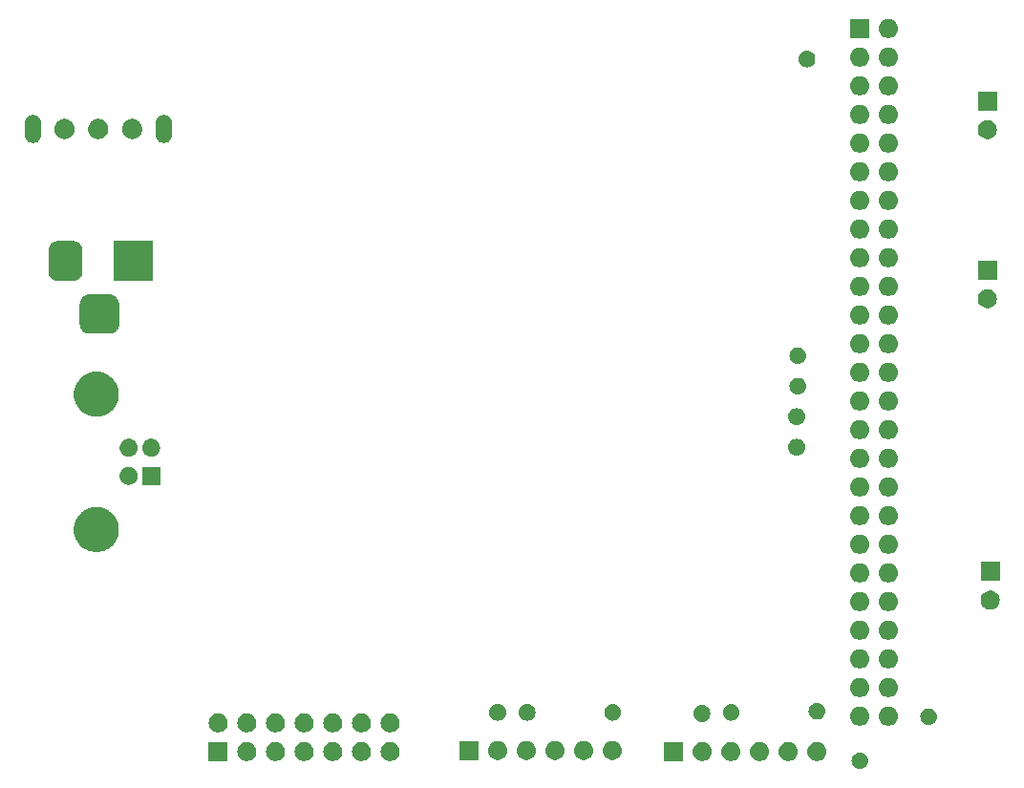
<source format=gbr>
%TF.GenerationSoftware,KiCad,Pcbnew,8.0.4*%
%TF.CreationDate,2024-08-23T11:03:51-07:00*%
%TF.ProjectId,GalaxySparkles,47616c61-7879-4537-9061-726b6c65732e,rev?*%
%TF.SameCoordinates,Original*%
%TF.FileFunction,Soldermask,Bot*%
%TF.FilePolarity,Negative*%
%FSLAX46Y46*%
G04 Gerber Fmt 4.6, Leading zero omitted, Abs format (unit mm)*
G04 Created by KiCad (PCBNEW 8.0.4) date 2024-08-23 11:03:51*
%MOMM*%
%LPD*%
G01*
G04 APERTURE LIST*
G04 APERTURE END LIST*
G36*
X215866891Y-151768804D02*
G01*
X216025413Y-151824273D01*
X216167617Y-151913626D01*
X216286374Y-152032383D01*
X216375727Y-152174587D01*
X216431196Y-152333109D01*
X216450000Y-152500000D01*
X216431196Y-152666891D01*
X216375727Y-152825413D01*
X216286374Y-152967617D01*
X216167617Y-153086374D01*
X216025413Y-153175727D01*
X215866891Y-153231196D01*
X215700000Y-153250000D01*
X215533109Y-153231196D01*
X215374587Y-153175727D01*
X215232383Y-153086374D01*
X215113626Y-152967617D01*
X215024273Y-152825413D01*
X214968804Y-152666891D01*
X214950000Y-152500000D01*
X214968804Y-152333109D01*
X215024273Y-152174587D01*
X215113626Y-152032383D01*
X215232383Y-151913626D01*
X215374587Y-151824273D01*
X215533109Y-151768804D01*
X215700000Y-151750000D01*
X215866891Y-151768804D01*
G37*
G36*
X159670000Y-152540000D02*
G01*
X157970000Y-152540000D01*
X157970000Y-150840000D01*
X159670000Y-150840000D01*
X159670000Y-152540000D01*
G37*
G36*
X200050000Y-152540000D02*
G01*
X198350000Y-152540000D01*
X198350000Y-150840000D01*
X200050000Y-150840000D01*
X200050000Y-152540000D01*
G37*
G36*
X161622664Y-150881602D02*
G01*
X161785000Y-150953878D01*
X161928761Y-151058327D01*
X162047664Y-151190383D01*
X162136514Y-151344274D01*
X162191425Y-151513275D01*
X162210000Y-151690000D01*
X162191425Y-151866725D01*
X162136514Y-152035726D01*
X162047664Y-152189617D01*
X161928761Y-152321673D01*
X161785000Y-152426122D01*
X161622664Y-152498398D01*
X161448849Y-152535344D01*
X161271151Y-152535344D01*
X161097336Y-152498398D01*
X160935000Y-152426122D01*
X160791239Y-152321673D01*
X160672336Y-152189617D01*
X160583486Y-152035726D01*
X160528575Y-151866725D01*
X160510000Y-151690000D01*
X160528575Y-151513275D01*
X160583486Y-151344274D01*
X160672336Y-151190383D01*
X160791239Y-151058327D01*
X160935000Y-150953878D01*
X161097336Y-150881602D01*
X161271151Y-150844656D01*
X161448849Y-150844656D01*
X161622664Y-150881602D01*
G37*
G36*
X164162664Y-150881602D02*
G01*
X164325000Y-150953878D01*
X164468761Y-151058327D01*
X164587664Y-151190383D01*
X164676514Y-151344274D01*
X164731425Y-151513275D01*
X164750000Y-151690000D01*
X164731425Y-151866725D01*
X164676514Y-152035726D01*
X164587664Y-152189617D01*
X164468761Y-152321673D01*
X164325000Y-152426122D01*
X164162664Y-152498398D01*
X163988849Y-152535344D01*
X163811151Y-152535344D01*
X163637336Y-152498398D01*
X163475000Y-152426122D01*
X163331239Y-152321673D01*
X163212336Y-152189617D01*
X163123486Y-152035726D01*
X163068575Y-151866725D01*
X163050000Y-151690000D01*
X163068575Y-151513275D01*
X163123486Y-151344274D01*
X163212336Y-151190383D01*
X163331239Y-151058327D01*
X163475000Y-150953878D01*
X163637336Y-150881602D01*
X163811151Y-150844656D01*
X163988849Y-150844656D01*
X164162664Y-150881602D01*
G37*
G36*
X166702664Y-150881602D02*
G01*
X166865000Y-150953878D01*
X167008761Y-151058327D01*
X167127664Y-151190383D01*
X167216514Y-151344274D01*
X167271425Y-151513275D01*
X167290000Y-151690000D01*
X167271425Y-151866725D01*
X167216514Y-152035726D01*
X167127664Y-152189617D01*
X167008761Y-152321673D01*
X166865000Y-152426122D01*
X166702664Y-152498398D01*
X166528849Y-152535344D01*
X166351151Y-152535344D01*
X166177336Y-152498398D01*
X166015000Y-152426122D01*
X165871239Y-152321673D01*
X165752336Y-152189617D01*
X165663486Y-152035726D01*
X165608575Y-151866725D01*
X165590000Y-151690000D01*
X165608575Y-151513275D01*
X165663486Y-151344274D01*
X165752336Y-151190383D01*
X165871239Y-151058327D01*
X166015000Y-150953878D01*
X166177336Y-150881602D01*
X166351151Y-150844656D01*
X166528849Y-150844656D01*
X166702664Y-150881602D01*
G37*
G36*
X169242664Y-150881602D02*
G01*
X169405000Y-150953878D01*
X169548761Y-151058327D01*
X169667664Y-151190383D01*
X169756514Y-151344274D01*
X169811425Y-151513275D01*
X169830000Y-151690000D01*
X169811425Y-151866725D01*
X169756514Y-152035726D01*
X169667664Y-152189617D01*
X169548761Y-152321673D01*
X169405000Y-152426122D01*
X169242664Y-152498398D01*
X169068849Y-152535344D01*
X168891151Y-152535344D01*
X168717336Y-152498398D01*
X168555000Y-152426122D01*
X168411239Y-152321673D01*
X168292336Y-152189617D01*
X168203486Y-152035726D01*
X168148575Y-151866725D01*
X168130000Y-151690000D01*
X168148575Y-151513275D01*
X168203486Y-151344274D01*
X168292336Y-151190383D01*
X168411239Y-151058327D01*
X168555000Y-150953878D01*
X168717336Y-150881602D01*
X168891151Y-150844656D01*
X169068849Y-150844656D01*
X169242664Y-150881602D01*
G37*
G36*
X171782664Y-150881602D02*
G01*
X171945000Y-150953878D01*
X172088761Y-151058327D01*
X172207664Y-151190383D01*
X172296514Y-151344274D01*
X172351425Y-151513275D01*
X172370000Y-151690000D01*
X172351425Y-151866725D01*
X172296514Y-152035726D01*
X172207664Y-152189617D01*
X172088761Y-152321673D01*
X171945000Y-152426122D01*
X171782664Y-152498398D01*
X171608849Y-152535344D01*
X171431151Y-152535344D01*
X171257336Y-152498398D01*
X171095000Y-152426122D01*
X170951239Y-152321673D01*
X170832336Y-152189617D01*
X170743486Y-152035726D01*
X170688575Y-151866725D01*
X170670000Y-151690000D01*
X170688575Y-151513275D01*
X170743486Y-151344274D01*
X170832336Y-151190383D01*
X170951239Y-151058327D01*
X171095000Y-150953878D01*
X171257336Y-150881602D01*
X171431151Y-150844656D01*
X171608849Y-150844656D01*
X171782664Y-150881602D01*
G37*
G36*
X174322664Y-150881602D02*
G01*
X174485000Y-150953878D01*
X174628761Y-151058327D01*
X174747664Y-151190383D01*
X174836514Y-151344274D01*
X174891425Y-151513275D01*
X174910000Y-151690000D01*
X174891425Y-151866725D01*
X174836514Y-152035726D01*
X174747664Y-152189617D01*
X174628761Y-152321673D01*
X174485000Y-152426122D01*
X174322664Y-152498398D01*
X174148849Y-152535344D01*
X173971151Y-152535344D01*
X173797336Y-152498398D01*
X173635000Y-152426122D01*
X173491239Y-152321673D01*
X173372336Y-152189617D01*
X173283486Y-152035726D01*
X173228575Y-151866725D01*
X173210000Y-151690000D01*
X173228575Y-151513275D01*
X173283486Y-151344274D01*
X173372336Y-151190383D01*
X173491239Y-151058327D01*
X173635000Y-150953878D01*
X173797336Y-150881602D01*
X173971151Y-150844656D01*
X174148849Y-150844656D01*
X174322664Y-150881602D01*
G37*
G36*
X202002664Y-150881602D02*
G01*
X202165000Y-150953878D01*
X202308761Y-151058327D01*
X202427664Y-151190383D01*
X202516514Y-151344274D01*
X202571425Y-151513275D01*
X202590000Y-151690000D01*
X202571425Y-151866725D01*
X202516514Y-152035726D01*
X202427664Y-152189617D01*
X202308761Y-152321673D01*
X202165000Y-152426122D01*
X202002664Y-152498398D01*
X201828849Y-152535344D01*
X201651151Y-152535344D01*
X201477336Y-152498398D01*
X201315000Y-152426122D01*
X201171239Y-152321673D01*
X201052336Y-152189617D01*
X200963486Y-152035726D01*
X200908575Y-151866725D01*
X200890000Y-151690000D01*
X200908575Y-151513275D01*
X200963486Y-151344274D01*
X201052336Y-151190383D01*
X201171239Y-151058327D01*
X201315000Y-150953878D01*
X201477336Y-150881602D01*
X201651151Y-150844656D01*
X201828849Y-150844656D01*
X202002664Y-150881602D01*
G37*
G36*
X204542664Y-150881602D02*
G01*
X204705000Y-150953878D01*
X204848761Y-151058327D01*
X204967664Y-151190383D01*
X205056514Y-151344274D01*
X205111425Y-151513275D01*
X205130000Y-151690000D01*
X205111425Y-151866725D01*
X205056514Y-152035726D01*
X204967664Y-152189617D01*
X204848761Y-152321673D01*
X204705000Y-152426122D01*
X204542664Y-152498398D01*
X204368849Y-152535344D01*
X204191151Y-152535344D01*
X204017336Y-152498398D01*
X203855000Y-152426122D01*
X203711239Y-152321673D01*
X203592336Y-152189617D01*
X203503486Y-152035726D01*
X203448575Y-151866725D01*
X203430000Y-151690000D01*
X203448575Y-151513275D01*
X203503486Y-151344274D01*
X203592336Y-151190383D01*
X203711239Y-151058327D01*
X203855000Y-150953878D01*
X204017336Y-150881602D01*
X204191151Y-150844656D01*
X204368849Y-150844656D01*
X204542664Y-150881602D01*
G37*
G36*
X207082664Y-150881602D02*
G01*
X207245000Y-150953878D01*
X207388761Y-151058327D01*
X207507664Y-151190383D01*
X207596514Y-151344274D01*
X207651425Y-151513275D01*
X207670000Y-151690000D01*
X207651425Y-151866725D01*
X207596514Y-152035726D01*
X207507664Y-152189617D01*
X207388761Y-152321673D01*
X207245000Y-152426122D01*
X207082664Y-152498398D01*
X206908849Y-152535344D01*
X206731151Y-152535344D01*
X206557336Y-152498398D01*
X206395000Y-152426122D01*
X206251239Y-152321673D01*
X206132336Y-152189617D01*
X206043486Y-152035726D01*
X205988575Y-151866725D01*
X205970000Y-151690000D01*
X205988575Y-151513275D01*
X206043486Y-151344274D01*
X206132336Y-151190383D01*
X206251239Y-151058327D01*
X206395000Y-150953878D01*
X206557336Y-150881602D01*
X206731151Y-150844656D01*
X206908849Y-150844656D01*
X207082664Y-150881602D01*
G37*
G36*
X209622664Y-150881602D02*
G01*
X209785000Y-150953878D01*
X209928761Y-151058327D01*
X210047664Y-151190383D01*
X210136514Y-151344274D01*
X210191425Y-151513275D01*
X210210000Y-151690000D01*
X210191425Y-151866725D01*
X210136514Y-152035726D01*
X210047664Y-152189617D01*
X209928761Y-152321673D01*
X209785000Y-152426122D01*
X209622664Y-152498398D01*
X209448849Y-152535344D01*
X209271151Y-152535344D01*
X209097336Y-152498398D01*
X208935000Y-152426122D01*
X208791239Y-152321673D01*
X208672336Y-152189617D01*
X208583486Y-152035726D01*
X208528575Y-151866725D01*
X208510000Y-151690000D01*
X208528575Y-151513275D01*
X208583486Y-151344274D01*
X208672336Y-151190383D01*
X208791239Y-151058327D01*
X208935000Y-150953878D01*
X209097336Y-150881602D01*
X209271151Y-150844656D01*
X209448849Y-150844656D01*
X209622664Y-150881602D01*
G37*
G36*
X212162664Y-150881602D02*
G01*
X212325000Y-150953878D01*
X212468761Y-151058327D01*
X212587664Y-151190383D01*
X212676514Y-151344274D01*
X212731425Y-151513275D01*
X212750000Y-151690000D01*
X212731425Y-151866725D01*
X212676514Y-152035726D01*
X212587664Y-152189617D01*
X212468761Y-152321673D01*
X212325000Y-152426122D01*
X212162664Y-152498398D01*
X211988849Y-152535344D01*
X211811151Y-152535344D01*
X211637336Y-152498398D01*
X211475000Y-152426122D01*
X211331239Y-152321673D01*
X211212336Y-152189617D01*
X211123486Y-152035726D01*
X211068575Y-151866725D01*
X211050000Y-151690000D01*
X211068575Y-151513275D01*
X211123486Y-151344274D01*
X211212336Y-151190383D01*
X211331239Y-151058327D01*
X211475000Y-150953878D01*
X211637336Y-150881602D01*
X211811151Y-150844656D01*
X211988849Y-150844656D01*
X212162664Y-150881602D01*
G37*
G36*
X181920000Y-152440000D02*
G01*
X180220000Y-152440000D01*
X180220000Y-150740000D01*
X181920000Y-150740000D01*
X181920000Y-152440000D01*
G37*
G36*
X183872664Y-150781602D02*
G01*
X184035000Y-150853878D01*
X184178761Y-150958327D01*
X184297664Y-151090383D01*
X184386514Y-151244274D01*
X184441425Y-151413275D01*
X184460000Y-151590000D01*
X184441425Y-151766725D01*
X184386514Y-151935726D01*
X184297664Y-152089617D01*
X184178761Y-152221673D01*
X184035000Y-152326122D01*
X183872664Y-152398398D01*
X183698849Y-152435344D01*
X183521151Y-152435344D01*
X183347336Y-152398398D01*
X183185000Y-152326122D01*
X183041239Y-152221673D01*
X182922336Y-152089617D01*
X182833486Y-151935726D01*
X182778575Y-151766725D01*
X182760000Y-151590000D01*
X182778575Y-151413275D01*
X182833486Y-151244274D01*
X182922336Y-151090383D01*
X183041239Y-150958327D01*
X183185000Y-150853878D01*
X183347336Y-150781602D01*
X183521151Y-150744656D01*
X183698849Y-150744656D01*
X183872664Y-150781602D01*
G37*
G36*
X186412664Y-150781602D02*
G01*
X186575000Y-150853878D01*
X186718761Y-150958327D01*
X186837664Y-151090383D01*
X186926514Y-151244274D01*
X186981425Y-151413275D01*
X187000000Y-151590000D01*
X186981425Y-151766725D01*
X186926514Y-151935726D01*
X186837664Y-152089617D01*
X186718761Y-152221673D01*
X186575000Y-152326122D01*
X186412664Y-152398398D01*
X186238849Y-152435344D01*
X186061151Y-152435344D01*
X185887336Y-152398398D01*
X185725000Y-152326122D01*
X185581239Y-152221673D01*
X185462336Y-152089617D01*
X185373486Y-151935726D01*
X185318575Y-151766725D01*
X185300000Y-151590000D01*
X185318575Y-151413275D01*
X185373486Y-151244274D01*
X185462336Y-151090383D01*
X185581239Y-150958327D01*
X185725000Y-150853878D01*
X185887336Y-150781602D01*
X186061151Y-150744656D01*
X186238849Y-150744656D01*
X186412664Y-150781602D01*
G37*
G36*
X188952664Y-150781602D02*
G01*
X189115000Y-150853878D01*
X189258761Y-150958327D01*
X189377664Y-151090383D01*
X189466514Y-151244274D01*
X189521425Y-151413275D01*
X189540000Y-151590000D01*
X189521425Y-151766725D01*
X189466514Y-151935726D01*
X189377664Y-152089617D01*
X189258761Y-152221673D01*
X189115000Y-152326122D01*
X188952664Y-152398398D01*
X188778849Y-152435344D01*
X188601151Y-152435344D01*
X188427336Y-152398398D01*
X188265000Y-152326122D01*
X188121239Y-152221673D01*
X188002336Y-152089617D01*
X187913486Y-151935726D01*
X187858575Y-151766725D01*
X187840000Y-151590000D01*
X187858575Y-151413275D01*
X187913486Y-151244274D01*
X188002336Y-151090383D01*
X188121239Y-150958327D01*
X188265000Y-150853878D01*
X188427336Y-150781602D01*
X188601151Y-150744656D01*
X188778849Y-150744656D01*
X188952664Y-150781602D01*
G37*
G36*
X191492664Y-150781602D02*
G01*
X191655000Y-150853878D01*
X191798761Y-150958327D01*
X191917664Y-151090383D01*
X192006514Y-151244274D01*
X192061425Y-151413275D01*
X192080000Y-151590000D01*
X192061425Y-151766725D01*
X192006514Y-151935726D01*
X191917664Y-152089617D01*
X191798761Y-152221673D01*
X191655000Y-152326122D01*
X191492664Y-152398398D01*
X191318849Y-152435344D01*
X191141151Y-152435344D01*
X190967336Y-152398398D01*
X190805000Y-152326122D01*
X190661239Y-152221673D01*
X190542336Y-152089617D01*
X190453486Y-151935726D01*
X190398575Y-151766725D01*
X190380000Y-151590000D01*
X190398575Y-151413275D01*
X190453486Y-151244274D01*
X190542336Y-151090383D01*
X190661239Y-150958327D01*
X190805000Y-150853878D01*
X190967336Y-150781602D01*
X191141151Y-150744656D01*
X191318849Y-150744656D01*
X191492664Y-150781602D01*
G37*
G36*
X194032664Y-150781602D02*
G01*
X194195000Y-150853878D01*
X194338761Y-150958327D01*
X194457664Y-151090383D01*
X194546514Y-151244274D01*
X194601425Y-151413275D01*
X194620000Y-151590000D01*
X194601425Y-151766725D01*
X194546514Y-151935726D01*
X194457664Y-152089617D01*
X194338761Y-152221673D01*
X194195000Y-152326122D01*
X194032664Y-152398398D01*
X193858849Y-152435344D01*
X193681151Y-152435344D01*
X193507336Y-152398398D01*
X193345000Y-152326122D01*
X193201239Y-152221673D01*
X193082336Y-152089617D01*
X192993486Y-151935726D01*
X192938575Y-151766725D01*
X192920000Y-151590000D01*
X192938575Y-151413275D01*
X192993486Y-151244274D01*
X193082336Y-151090383D01*
X193201239Y-150958327D01*
X193345000Y-150853878D01*
X193507336Y-150781602D01*
X193681151Y-150744656D01*
X193858849Y-150744656D01*
X194032664Y-150781602D01*
G37*
G36*
X159082664Y-148341602D02*
G01*
X159245000Y-148413878D01*
X159388761Y-148518327D01*
X159507664Y-148650383D01*
X159596514Y-148804274D01*
X159651425Y-148973275D01*
X159670000Y-149150000D01*
X159651425Y-149326725D01*
X159596514Y-149495726D01*
X159507664Y-149649617D01*
X159388761Y-149781673D01*
X159245000Y-149886122D01*
X159082664Y-149958398D01*
X158908849Y-149995344D01*
X158731151Y-149995344D01*
X158557336Y-149958398D01*
X158395000Y-149886122D01*
X158251239Y-149781673D01*
X158132336Y-149649617D01*
X158043486Y-149495726D01*
X157988575Y-149326725D01*
X157970000Y-149150000D01*
X157988575Y-148973275D01*
X158043486Y-148804274D01*
X158132336Y-148650383D01*
X158251239Y-148518327D01*
X158395000Y-148413878D01*
X158557336Y-148341602D01*
X158731151Y-148304656D01*
X158908849Y-148304656D01*
X159082664Y-148341602D01*
G37*
G36*
X161622665Y-148341602D02*
G01*
X161785001Y-148413878D01*
X161928762Y-148518327D01*
X162047665Y-148650383D01*
X162136515Y-148804274D01*
X162191426Y-148973275D01*
X162210001Y-149150000D01*
X162191426Y-149326725D01*
X162136515Y-149495726D01*
X162047665Y-149649617D01*
X161928762Y-149781673D01*
X161785001Y-149886122D01*
X161622665Y-149958398D01*
X161448850Y-149995344D01*
X161271152Y-149995344D01*
X161097337Y-149958398D01*
X160935001Y-149886122D01*
X160791240Y-149781673D01*
X160672337Y-149649617D01*
X160583487Y-149495726D01*
X160528576Y-149326725D01*
X160510001Y-149150000D01*
X160528576Y-148973275D01*
X160583487Y-148804274D01*
X160672337Y-148650383D01*
X160791240Y-148518327D01*
X160935001Y-148413878D01*
X161097337Y-148341602D01*
X161271152Y-148304656D01*
X161448850Y-148304656D01*
X161622665Y-148341602D01*
G37*
G36*
X164162664Y-148341602D02*
G01*
X164325000Y-148413878D01*
X164468761Y-148518327D01*
X164587664Y-148650383D01*
X164676514Y-148804274D01*
X164731425Y-148973275D01*
X164750000Y-149150000D01*
X164731425Y-149326725D01*
X164676514Y-149495726D01*
X164587664Y-149649617D01*
X164468761Y-149781673D01*
X164325000Y-149886122D01*
X164162664Y-149958398D01*
X163988849Y-149995344D01*
X163811151Y-149995344D01*
X163637336Y-149958398D01*
X163475000Y-149886122D01*
X163331239Y-149781673D01*
X163212336Y-149649617D01*
X163123486Y-149495726D01*
X163068575Y-149326725D01*
X163050000Y-149150000D01*
X163068575Y-148973275D01*
X163123486Y-148804274D01*
X163212336Y-148650383D01*
X163331239Y-148518327D01*
X163475000Y-148413878D01*
X163637336Y-148341602D01*
X163811151Y-148304656D01*
X163988849Y-148304656D01*
X164162664Y-148341602D01*
G37*
G36*
X166702665Y-148341602D02*
G01*
X166865001Y-148413878D01*
X167008762Y-148518327D01*
X167127665Y-148650383D01*
X167216515Y-148804274D01*
X167271426Y-148973275D01*
X167290001Y-149150000D01*
X167271426Y-149326725D01*
X167216515Y-149495726D01*
X167127665Y-149649617D01*
X167008762Y-149781673D01*
X166865001Y-149886122D01*
X166702665Y-149958398D01*
X166528850Y-149995344D01*
X166351152Y-149995344D01*
X166177337Y-149958398D01*
X166015001Y-149886122D01*
X165871240Y-149781673D01*
X165752337Y-149649617D01*
X165663487Y-149495726D01*
X165608576Y-149326725D01*
X165590001Y-149150000D01*
X165608576Y-148973275D01*
X165663487Y-148804274D01*
X165752337Y-148650383D01*
X165871240Y-148518327D01*
X166015001Y-148413878D01*
X166177337Y-148341602D01*
X166351152Y-148304656D01*
X166528850Y-148304656D01*
X166702665Y-148341602D01*
G37*
G36*
X169242664Y-148341602D02*
G01*
X169405000Y-148413878D01*
X169548761Y-148518327D01*
X169667664Y-148650383D01*
X169756514Y-148804274D01*
X169811425Y-148973275D01*
X169830000Y-149150000D01*
X169811425Y-149326725D01*
X169756514Y-149495726D01*
X169667664Y-149649617D01*
X169548761Y-149781673D01*
X169405000Y-149886122D01*
X169242664Y-149958398D01*
X169068849Y-149995344D01*
X168891151Y-149995344D01*
X168717336Y-149958398D01*
X168555000Y-149886122D01*
X168411239Y-149781673D01*
X168292336Y-149649617D01*
X168203486Y-149495726D01*
X168148575Y-149326725D01*
X168130000Y-149150000D01*
X168148575Y-148973275D01*
X168203486Y-148804274D01*
X168292336Y-148650383D01*
X168411239Y-148518327D01*
X168555000Y-148413878D01*
X168717336Y-148341602D01*
X168891151Y-148304656D01*
X169068849Y-148304656D01*
X169242664Y-148341602D01*
G37*
G36*
X171782665Y-148341602D02*
G01*
X171945001Y-148413878D01*
X172088762Y-148518327D01*
X172207665Y-148650383D01*
X172296515Y-148804274D01*
X172351426Y-148973275D01*
X172370001Y-149150000D01*
X172351426Y-149326725D01*
X172296515Y-149495726D01*
X172207665Y-149649617D01*
X172088762Y-149781673D01*
X171945001Y-149886122D01*
X171782665Y-149958398D01*
X171608850Y-149995344D01*
X171431152Y-149995344D01*
X171257337Y-149958398D01*
X171095001Y-149886122D01*
X170951240Y-149781673D01*
X170832337Y-149649617D01*
X170743487Y-149495726D01*
X170688576Y-149326725D01*
X170670001Y-149150000D01*
X170688576Y-148973275D01*
X170743487Y-148804274D01*
X170832337Y-148650383D01*
X170951240Y-148518327D01*
X171095001Y-148413878D01*
X171257337Y-148341602D01*
X171431152Y-148304656D01*
X171608850Y-148304656D01*
X171782665Y-148341602D01*
G37*
G36*
X174322664Y-148341602D02*
G01*
X174485000Y-148413878D01*
X174628761Y-148518327D01*
X174747664Y-148650383D01*
X174836514Y-148804274D01*
X174891425Y-148973275D01*
X174910000Y-149150000D01*
X174891425Y-149326725D01*
X174836514Y-149495726D01*
X174747664Y-149649617D01*
X174628761Y-149781673D01*
X174485000Y-149886122D01*
X174322664Y-149958398D01*
X174148849Y-149995344D01*
X173971151Y-149995344D01*
X173797336Y-149958398D01*
X173635000Y-149886122D01*
X173491239Y-149781673D01*
X173372336Y-149649617D01*
X173283486Y-149495726D01*
X173228575Y-149326725D01*
X173210000Y-149150000D01*
X173228575Y-148973275D01*
X173283486Y-148804274D01*
X173372336Y-148650383D01*
X173491239Y-148518327D01*
X173635000Y-148413878D01*
X173797336Y-148341602D01*
X173971151Y-148304656D01*
X174148849Y-148304656D01*
X174322664Y-148341602D01*
G37*
G36*
X215962664Y-147741602D02*
G01*
X216125000Y-147813878D01*
X216268761Y-147918327D01*
X216387664Y-148050383D01*
X216476514Y-148204274D01*
X216531425Y-148373275D01*
X216550000Y-148550000D01*
X216531425Y-148726725D01*
X216476514Y-148895726D01*
X216387664Y-149049617D01*
X216268761Y-149181673D01*
X216125000Y-149286122D01*
X215962664Y-149358398D01*
X215788849Y-149395344D01*
X215611151Y-149395344D01*
X215437336Y-149358398D01*
X215275000Y-149286122D01*
X215131239Y-149181673D01*
X215012336Y-149049617D01*
X214923486Y-148895726D01*
X214868575Y-148726725D01*
X214850000Y-148550000D01*
X214868575Y-148373275D01*
X214923486Y-148204274D01*
X215012336Y-148050383D01*
X215131239Y-147918327D01*
X215275000Y-147813878D01*
X215437336Y-147741602D01*
X215611151Y-147704656D01*
X215788849Y-147704656D01*
X215962664Y-147741602D01*
G37*
G36*
X218502664Y-147741602D02*
G01*
X218665000Y-147813878D01*
X218808761Y-147918327D01*
X218927664Y-148050383D01*
X219016514Y-148204274D01*
X219071425Y-148373275D01*
X219090000Y-148550000D01*
X219071425Y-148726725D01*
X219016514Y-148895726D01*
X218927664Y-149049617D01*
X218808761Y-149181673D01*
X218665000Y-149286122D01*
X218502664Y-149358398D01*
X218328849Y-149395344D01*
X218151151Y-149395344D01*
X217977336Y-149358398D01*
X217815000Y-149286122D01*
X217671239Y-149181673D01*
X217552336Y-149049617D01*
X217463486Y-148895726D01*
X217408575Y-148726725D01*
X217390000Y-148550000D01*
X217408575Y-148373275D01*
X217463486Y-148204274D01*
X217552336Y-148050383D01*
X217671239Y-147918327D01*
X217815000Y-147813878D01*
X217977336Y-147741602D01*
X218151151Y-147704656D01*
X218328849Y-147704656D01*
X218502664Y-147741602D01*
G37*
G36*
X221966891Y-147868804D02*
G01*
X222125413Y-147924273D01*
X222267617Y-148013626D01*
X222386374Y-148132383D01*
X222475727Y-148274587D01*
X222531196Y-148433109D01*
X222550000Y-148600000D01*
X222531196Y-148766891D01*
X222475727Y-148925413D01*
X222386374Y-149067617D01*
X222267617Y-149186374D01*
X222125413Y-149275727D01*
X221966891Y-149331196D01*
X221800000Y-149350000D01*
X221633109Y-149331196D01*
X221474587Y-149275727D01*
X221332383Y-149186374D01*
X221213626Y-149067617D01*
X221124273Y-148925413D01*
X221068804Y-148766891D01*
X221050000Y-148600000D01*
X221068804Y-148433109D01*
X221124273Y-148274587D01*
X221213626Y-148132383D01*
X221332383Y-148013626D01*
X221474587Y-147924273D01*
X221633109Y-147868804D01*
X221800000Y-147850000D01*
X221966891Y-147868804D01*
G37*
G36*
X201866891Y-147568804D02*
G01*
X202025413Y-147624273D01*
X202167617Y-147713626D01*
X202286374Y-147832383D01*
X202375727Y-147974587D01*
X202431196Y-148133109D01*
X202450000Y-148300000D01*
X202431196Y-148466891D01*
X202375727Y-148625413D01*
X202286374Y-148767617D01*
X202167617Y-148886374D01*
X202025413Y-148975727D01*
X201866891Y-149031196D01*
X201700000Y-149050000D01*
X201533109Y-149031196D01*
X201374587Y-148975727D01*
X201232383Y-148886374D01*
X201113626Y-148767617D01*
X201024273Y-148625413D01*
X200968804Y-148466891D01*
X200950000Y-148300000D01*
X200968804Y-148133109D01*
X201024273Y-147974587D01*
X201113626Y-147832383D01*
X201232383Y-147713626D01*
X201374587Y-147624273D01*
X201533109Y-147568804D01*
X201700000Y-147550000D01*
X201866891Y-147568804D01*
G37*
G36*
X183766891Y-147468804D02*
G01*
X183925413Y-147524273D01*
X184067617Y-147613626D01*
X184186374Y-147732383D01*
X184275727Y-147874587D01*
X184331196Y-148033109D01*
X184350000Y-148200000D01*
X184331196Y-148366891D01*
X184275727Y-148525413D01*
X184186374Y-148667617D01*
X184067617Y-148786374D01*
X183925413Y-148875727D01*
X183766891Y-148931196D01*
X183600000Y-148950000D01*
X183433109Y-148931196D01*
X183274587Y-148875727D01*
X183132383Y-148786374D01*
X183013626Y-148667617D01*
X182924273Y-148525413D01*
X182868804Y-148366891D01*
X182850000Y-148200000D01*
X182868804Y-148033109D01*
X182924273Y-147874587D01*
X183013626Y-147732383D01*
X183132383Y-147613626D01*
X183274587Y-147524273D01*
X183433109Y-147468804D01*
X183600000Y-147450000D01*
X183766891Y-147468804D01*
G37*
G36*
X186366891Y-147468804D02*
G01*
X186525413Y-147524273D01*
X186667617Y-147613626D01*
X186786374Y-147732383D01*
X186875727Y-147874587D01*
X186931196Y-148033109D01*
X186950000Y-148200000D01*
X186931196Y-148366891D01*
X186875727Y-148525413D01*
X186786374Y-148667617D01*
X186667617Y-148786374D01*
X186525413Y-148875727D01*
X186366891Y-148931196D01*
X186200000Y-148950000D01*
X186033109Y-148931196D01*
X185874587Y-148875727D01*
X185732383Y-148786374D01*
X185613626Y-148667617D01*
X185524273Y-148525413D01*
X185468804Y-148366891D01*
X185450000Y-148200000D01*
X185468804Y-148033109D01*
X185524273Y-147874587D01*
X185613626Y-147732383D01*
X185732383Y-147613626D01*
X185874587Y-147524273D01*
X186033109Y-147468804D01*
X186200000Y-147450000D01*
X186366891Y-147468804D01*
G37*
G36*
X193966891Y-147468804D02*
G01*
X194125413Y-147524273D01*
X194267617Y-147613626D01*
X194386374Y-147732383D01*
X194475727Y-147874587D01*
X194531196Y-148033109D01*
X194550000Y-148200000D01*
X194531196Y-148366891D01*
X194475727Y-148525413D01*
X194386374Y-148667617D01*
X194267617Y-148786374D01*
X194125413Y-148875727D01*
X193966891Y-148931196D01*
X193800000Y-148950000D01*
X193633109Y-148931196D01*
X193474587Y-148875727D01*
X193332383Y-148786374D01*
X193213626Y-148667617D01*
X193124273Y-148525413D01*
X193068804Y-148366891D01*
X193050000Y-148200000D01*
X193068804Y-148033109D01*
X193124273Y-147874587D01*
X193213626Y-147732383D01*
X193332383Y-147613626D01*
X193474587Y-147524273D01*
X193633109Y-147468804D01*
X193800000Y-147450000D01*
X193966891Y-147468804D01*
G37*
G36*
X204466891Y-147468804D02*
G01*
X204625413Y-147524273D01*
X204767617Y-147613626D01*
X204886374Y-147732383D01*
X204975727Y-147874587D01*
X205031196Y-148033109D01*
X205050000Y-148200000D01*
X205031196Y-148366891D01*
X204975727Y-148525413D01*
X204886374Y-148667617D01*
X204767617Y-148786374D01*
X204625413Y-148875727D01*
X204466891Y-148931196D01*
X204300000Y-148950000D01*
X204133109Y-148931196D01*
X203974587Y-148875727D01*
X203832383Y-148786374D01*
X203713626Y-148667617D01*
X203624273Y-148525413D01*
X203568804Y-148366891D01*
X203550000Y-148200000D01*
X203568804Y-148033109D01*
X203624273Y-147874587D01*
X203713626Y-147732383D01*
X203832383Y-147613626D01*
X203974587Y-147524273D01*
X204133109Y-147468804D01*
X204300000Y-147450000D01*
X204466891Y-147468804D01*
G37*
G36*
X212066891Y-147368804D02*
G01*
X212225413Y-147424273D01*
X212367617Y-147513626D01*
X212486374Y-147632383D01*
X212575727Y-147774587D01*
X212631196Y-147933109D01*
X212650000Y-148100000D01*
X212631196Y-148266891D01*
X212575727Y-148425413D01*
X212486374Y-148567617D01*
X212367617Y-148686374D01*
X212225413Y-148775727D01*
X212066891Y-148831196D01*
X211900000Y-148850000D01*
X211733109Y-148831196D01*
X211574587Y-148775727D01*
X211432383Y-148686374D01*
X211313626Y-148567617D01*
X211224273Y-148425413D01*
X211168804Y-148266891D01*
X211150000Y-148100000D01*
X211168804Y-147933109D01*
X211224273Y-147774587D01*
X211313626Y-147632383D01*
X211432383Y-147513626D01*
X211574587Y-147424273D01*
X211733109Y-147368804D01*
X211900000Y-147350000D01*
X212066891Y-147368804D01*
G37*
G36*
X215962664Y-145201602D02*
G01*
X216125000Y-145273878D01*
X216268761Y-145378327D01*
X216387664Y-145510383D01*
X216476514Y-145664274D01*
X216531425Y-145833275D01*
X216550000Y-146010000D01*
X216531425Y-146186725D01*
X216476514Y-146355726D01*
X216387664Y-146509617D01*
X216268761Y-146641673D01*
X216125000Y-146746122D01*
X215962664Y-146818398D01*
X215788849Y-146855344D01*
X215611151Y-146855344D01*
X215437336Y-146818398D01*
X215275000Y-146746122D01*
X215131239Y-146641673D01*
X215012336Y-146509617D01*
X214923486Y-146355726D01*
X214868575Y-146186725D01*
X214850000Y-146010000D01*
X214868575Y-145833275D01*
X214923486Y-145664274D01*
X215012336Y-145510383D01*
X215131239Y-145378327D01*
X215275000Y-145273878D01*
X215437336Y-145201602D01*
X215611151Y-145164656D01*
X215788849Y-145164656D01*
X215962664Y-145201602D01*
G37*
G36*
X218502664Y-145201602D02*
G01*
X218665000Y-145273878D01*
X218808761Y-145378327D01*
X218927664Y-145510383D01*
X219016514Y-145664274D01*
X219071425Y-145833275D01*
X219090000Y-146010000D01*
X219071425Y-146186725D01*
X219016514Y-146355726D01*
X218927664Y-146509617D01*
X218808761Y-146641673D01*
X218665000Y-146746122D01*
X218502664Y-146818398D01*
X218328849Y-146855344D01*
X218151151Y-146855344D01*
X217977336Y-146818398D01*
X217815000Y-146746122D01*
X217671239Y-146641673D01*
X217552336Y-146509617D01*
X217463486Y-146355726D01*
X217408575Y-146186725D01*
X217390000Y-146010000D01*
X217408575Y-145833275D01*
X217463486Y-145664274D01*
X217552336Y-145510383D01*
X217671239Y-145378327D01*
X217815000Y-145273878D01*
X217977336Y-145201602D01*
X218151151Y-145164656D01*
X218328849Y-145164656D01*
X218502664Y-145201602D01*
G37*
G36*
X215962664Y-142661602D02*
G01*
X216125000Y-142733878D01*
X216268761Y-142838327D01*
X216387664Y-142970383D01*
X216476514Y-143124274D01*
X216531425Y-143293275D01*
X216550000Y-143470000D01*
X216531425Y-143646725D01*
X216476514Y-143815726D01*
X216387664Y-143969617D01*
X216268761Y-144101673D01*
X216125000Y-144206122D01*
X215962664Y-144278398D01*
X215788849Y-144315344D01*
X215611151Y-144315344D01*
X215437336Y-144278398D01*
X215275000Y-144206122D01*
X215131239Y-144101673D01*
X215012336Y-143969617D01*
X214923486Y-143815726D01*
X214868575Y-143646725D01*
X214850000Y-143470000D01*
X214868575Y-143293275D01*
X214923486Y-143124274D01*
X215012336Y-142970383D01*
X215131239Y-142838327D01*
X215275000Y-142733878D01*
X215437336Y-142661602D01*
X215611151Y-142624656D01*
X215788849Y-142624656D01*
X215962664Y-142661602D01*
G37*
G36*
X218502664Y-142661602D02*
G01*
X218665000Y-142733878D01*
X218808761Y-142838327D01*
X218927664Y-142970383D01*
X219016514Y-143124274D01*
X219071425Y-143293275D01*
X219090000Y-143470000D01*
X219071425Y-143646725D01*
X219016514Y-143815726D01*
X218927664Y-143969617D01*
X218808761Y-144101673D01*
X218665000Y-144206122D01*
X218502664Y-144278398D01*
X218328849Y-144315344D01*
X218151151Y-144315344D01*
X217977336Y-144278398D01*
X217815000Y-144206122D01*
X217671239Y-144101673D01*
X217552336Y-143969617D01*
X217463486Y-143815726D01*
X217408575Y-143646725D01*
X217390000Y-143470000D01*
X217408575Y-143293275D01*
X217463486Y-143124274D01*
X217552336Y-142970383D01*
X217671239Y-142838327D01*
X217815000Y-142733878D01*
X217977336Y-142661602D01*
X218151151Y-142624656D01*
X218328849Y-142624656D01*
X218502664Y-142661602D01*
G37*
G36*
X215962664Y-140121602D02*
G01*
X216125000Y-140193878D01*
X216268761Y-140298327D01*
X216387664Y-140430383D01*
X216476514Y-140584274D01*
X216531425Y-140753275D01*
X216550000Y-140930000D01*
X216531425Y-141106725D01*
X216476514Y-141275726D01*
X216387664Y-141429617D01*
X216268761Y-141561673D01*
X216125000Y-141666122D01*
X215962664Y-141738398D01*
X215788849Y-141775344D01*
X215611151Y-141775344D01*
X215437336Y-141738398D01*
X215275000Y-141666122D01*
X215131239Y-141561673D01*
X215012336Y-141429617D01*
X214923486Y-141275726D01*
X214868575Y-141106725D01*
X214850000Y-140930000D01*
X214868575Y-140753275D01*
X214923486Y-140584274D01*
X215012336Y-140430383D01*
X215131239Y-140298327D01*
X215275000Y-140193878D01*
X215437336Y-140121602D01*
X215611151Y-140084656D01*
X215788849Y-140084656D01*
X215962664Y-140121602D01*
G37*
G36*
X218502664Y-140121602D02*
G01*
X218665000Y-140193878D01*
X218808761Y-140298327D01*
X218927664Y-140430383D01*
X219016514Y-140584274D01*
X219071425Y-140753275D01*
X219090000Y-140930000D01*
X219071425Y-141106725D01*
X219016514Y-141275726D01*
X218927664Y-141429617D01*
X218808761Y-141561673D01*
X218665000Y-141666122D01*
X218502664Y-141738398D01*
X218328849Y-141775344D01*
X218151151Y-141775344D01*
X217977336Y-141738398D01*
X217815000Y-141666122D01*
X217671239Y-141561673D01*
X217552336Y-141429617D01*
X217463486Y-141275726D01*
X217408575Y-141106725D01*
X217390000Y-140930000D01*
X217408575Y-140753275D01*
X217463486Y-140584274D01*
X217552336Y-140430383D01*
X217671239Y-140298327D01*
X217815000Y-140193878D01*
X217977336Y-140121602D01*
X218151151Y-140084656D01*
X218328849Y-140084656D01*
X218502664Y-140121602D01*
G37*
G36*
X215962664Y-137581602D02*
G01*
X216125000Y-137653878D01*
X216268761Y-137758327D01*
X216387664Y-137890383D01*
X216476514Y-138044274D01*
X216531425Y-138213275D01*
X216550000Y-138390000D01*
X216531425Y-138566725D01*
X216476514Y-138735726D01*
X216387664Y-138889617D01*
X216268761Y-139021673D01*
X216125000Y-139126122D01*
X215962664Y-139198398D01*
X215788849Y-139235344D01*
X215611151Y-139235344D01*
X215437336Y-139198398D01*
X215275000Y-139126122D01*
X215131239Y-139021673D01*
X215012336Y-138889617D01*
X214923486Y-138735726D01*
X214868575Y-138566725D01*
X214850000Y-138390000D01*
X214868575Y-138213275D01*
X214923486Y-138044274D01*
X215012336Y-137890383D01*
X215131239Y-137758327D01*
X215275000Y-137653878D01*
X215437336Y-137581602D01*
X215611151Y-137544656D01*
X215788849Y-137544656D01*
X215962664Y-137581602D01*
G37*
G36*
X218502664Y-137581602D02*
G01*
X218665000Y-137653878D01*
X218808761Y-137758327D01*
X218927664Y-137890383D01*
X219016514Y-138044274D01*
X219071425Y-138213275D01*
X219090000Y-138390000D01*
X219071425Y-138566725D01*
X219016514Y-138735726D01*
X218927664Y-138889617D01*
X218808761Y-139021673D01*
X218665000Y-139126122D01*
X218502664Y-139198398D01*
X218328849Y-139235344D01*
X218151151Y-139235344D01*
X217977336Y-139198398D01*
X217815000Y-139126122D01*
X217671239Y-139021673D01*
X217552336Y-138889617D01*
X217463486Y-138735726D01*
X217408575Y-138566725D01*
X217390000Y-138390000D01*
X217408575Y-138213275D01*
X217463486Y-138044274D01*
X217552336Y-137890383D01*
X217671239Y-137758327D01*
X217815000Y-137653878D01*
X217977336Y-137581602D01*
X218151151Y-137544656D01*
X218328849Y-137544656D01*
X218502664Y-137581602D01*
G37*
G36*
X227512664Y-137456602D02*
G01*
X227675000Y-137528878D01*
X227818761Y-137633327D01*
X227937664Y-137765383D01*
X228026514Y-137919274D01*
X228081425Y-138088275D01*
X228100000Y-138265000D01*
X228081425Y-138441725D01*
X228026514Y-138610726D01*
X227937664Y-138764617D01*
X227818761Y-138896673D01*
X227675000Y-139001122D01*
X227512664Y-139073398D01*
X227338849Y-139110344D01*
X227161151Y-139110344D01*
X226987336Y-139073398D01*
X226825000Y-139001122D01*
X226681239Y-138896673D01*
X226562336Y-138764617D01*
X226473486Y-138610726D01*
X226418575Y-138441725D01*
X226400000Y-138265000D01*
X226418575Y-138088275D01*
X226473486Y-137919274D01*
X226562336Y-137765383D01*
X226681239Y-137633327D01*
X226825000Y-137528878D01*
X226987336Y-137456602D01*
X227161151Y-137419656D01*
X227338849Y-137419656D01*
X227512664Y-137456602D01*
G37*
G36*
X215962664Y-135041602D02*
G01*
X216125000Y-135113878D01*
X216268761Y-135218327D01*
X216387664Y-135350383D01*
X216476514Y-135504274D01*
X216531425Y-135673275D01*
X216550000Y-135850000D01*
X216531425Y-136026725D01*
X216476514Y-136195726D01*
X216387664Y-136349617D01*
X216268761Y-136481673D01*
X216125000Y-136586122D01*
X215962664Y-136658398D01*
X215788849Y-136695344D01*
X215611151Y-136695344D01*
X215437336Y-136658398D01*
X215275000Y-136586122D01*
X215131239Y-136481673D01*
X215012336Y-136349617D01*
X214923486Y-136195726D01*
X214868575Y-136026725D01*
X214850000Y-135850000D01*
X214868575Y-135673275D01*
X214923486Y-135504274D01*
X215012336Y-135350383D01*
X215131239Y-135218327D01*
X215275000Y-135113878D01*
X215437336Y-135041602D01*
X215611151Y-135004656D01*
X215788849Y-135004656D01*
X215962664Y-135041602D01*
G37*
G36*
X218502664Y-135041602D02*
G01*
X218665000Y-135113878D01*
X218808761Y-135218327D01*
X218927664Y-135350383D01*
X219016514Y-135504274D01*
X219071425Y-135673275D01*
X219090000Y-135850000D01*
X219071425Y-136026725D01*
X219016514Y-136195726D01*
X218927664Y-136349617D01*
X218808761Y-136481673D01*
X218665000Y-136586122D01*
X218502664Y-136658398D01*
X218328849Y-136695344D01*
X218151151Y-136695344D01*
X217977336Y-136658398D01*
X217815000Y-136586122D01*
X217671239Y-136481673D01*
X217552336Y-136349617D01*
X217463486Y-136195726D01*
X217408575Y-136026725D01*
X217390000Y-135850000D01*
X217408575Y-135673275D01*
X217463486Y-135504274D01*
X217552336Y-135350383D01*
X217671239Y-135218327D01*
X217815000Y-135113878D01*
X217977336Y-135041602D01*
X218151151Y-135004656D01*
X218328849Y-135004656D01*
X218502664Y-135041602D01*
G37*
G36*
X228100000Y-136575000D02*
G01*
X226400000Y-136575000D01*
X226400000Y-134875000D01*
X228100000Y-134875000D01*
X228100000Y-136575000D01*
G37*
G36*
X215962664Y-132501602D02*
G01*
X216125000Y-132573878D01*
X216268761Y-132678327D01*
X216387664Y-132810383D01*
X216476514Y-132964274D01*
X216531425Y-133133275D01*
X216550000Y-133310000D01*
X216531425Y-133486725D01*
X216476514Y-133655726D01*
X216387664Y-133809617D01*
X216268761Y-133941673D01*
X216125000Y-134046122D01*
X215962664Y-134118398D01*
X215788849Y-134155344D01*
X215611151Y-134155344D01*
X215437336Y-134118398D01*
X215275000Y-134046122D01*
X215131239Y-133941673D01*
X215012336Y-133809617D01*
X214923486Y-133655726D01*
X214868575Y-133486725D01*
X214850000Y-133310000D01*
X214868575Y-133133275D01*
X214923486Y-132964274D01*
X215012336Y-132810383D01*
X215131239Y-132678327D01*
X215275000Y-132573878D01*
X215437336Y-132501602D01*
X215611151Y-132464656D01*
X215788849Y-132464656D01*
X215962664Y-132501602D01*
G37*
G36*
X218502664Y-132501602D02*
G01*
X218665000Y-132573878D01*
X218808761Y-132678327D01*
X218927664Y-132810383D01*
X219016514Y-132964274D01*
X219071425Y-133133275D01*
X219090000Y-133310000D01*
X219071425Y-133486725D01*
X219016514Y-133655726D01*
X218927664Y-133809617D01*
X218808761Y-133941673D01*
X218665000Y-134046122D01*
X218502664Y-134118398D01*
X218328849Y-134155344D01*
X218151151Y-134155344D01*
X217977336Y-134118398D01*
X217815000Y-134046122D01*
X217671239Y-133941673D01*
X217552336Y-133809617D01*
X217463486Y-133655726D01*
X217408575Y-133486725D01*
X217390000Y-133310000D01*
X217408575Y-133133275D01*
X217463486Y-132964274D01*
X217552336Y-132810383D01*
X217671239Y-132678327D01*
X217815000Y-132573878D01*
X217977336Y-132501602D01*
X218151151Y-132464656D01*
X218328849Y-132464656D01*
X218502664Y-132501602D01*
G37*
G36*
X148094641Y-129994803D02*
G01*
X148163976Y-129994803D01*
X148239193Y-130005141D01*
X148312130Y-130010358D01*
X148372169Y-130023418D01*
X148434383Y-130031970D01*
X148513919Y-130054254D01*
X148590965Y-130071015D01*
X148642976Y-130090414D01*
X148697208Y-130105609D01*
X148779196Y-130141221D01*
X148858330Y-130170737D01*
X148901824Y-130194486D01*
X148947568Y-130214356D01*
X149029865Y-130264402D01*
X149108782Y-130307494D01*
X149143653Y-130333598D01*
X149180777Y-130356174D01*
X149261050Y-130421481D01*
X149337221Y-130478502D01*
X149363762Y-130505043D01*
X149392512Y-130528433D01*
X149468282Y-130609563D01*
X149538999Y-130680280D01*
X149557869Y-130705487D01*
X149578815Y-130727915D01*
X149647507Y-130825229D01*
X149710007Y-130908719D01*
X149722189Y-130931030D01*
X149736219Y-130950905D01*
X149795253Y-131064837D01*
X149846764Y-131159171D01*
X149853521Y-131177288D01*
X149861791Y-131193248D01*
X149908625Y-131325029D01*
X149946486Y-131426536D01*
X149949302Y-131439481D01*
X149953200Y-131450449D01*
X149985480Y-131605788D01*
X150007143Y-131705371D01*
X150007651Y-131712483D01*
X150008733Y-131717687D01*
X150024269Y-131944836D01*
X150027500Y-131990001D01*
X150024269Y-132035168D01*
X150008733Y-132262314D01*
X150007651Y-132267516D01*
X150007143Y-132274631D01*
X149985475Y-132374234D01*
X149953200Y-132529552D01*
X149949302Y-132540518D01*
X149946486Y-132553466D01*
X149908618Y-132654992D01*
X149861791Y-132786753D01*
X149853522Y-132802709D01*
X149846764Y-132820831D01*
X149795243Y-132915183D01*
X149736219Y-133029096D01*
X149722192Y-133048967D01*
X149710007Y-133071283D01*
X149647494Y-133154789D01*
X149578815Y-133252086D01*
X149557872Y-133274509D01*
X149538999Y-133299722D01*
X149468268Y-133370452D01*
X149392512Y-133451568D01*
X149363768Y-133474952D01*
X149337221Y-133501500D01*
X149261034Y-133558532D01*
X149180777Y-133623827D01*
X149143660Y-133646397D01*
X149108782Y-133672508D01*
X149029849Y-133715608D01*
X148947568Y-133765645D01*
X148901833Y-133785510D01*
X148858330Y-133809265D01*
X148779180Y-133838786D01*
X148697208Y-133874392D01*
X148642987Y-133889583D01*
X148590965Y-133908987D01*
X148513903Y-133925750D01*
X148434383Y-133948031D01*
X148372179Y-133956581D01*
X148312130Y-133969644D01*
X148239189Y-133974860D01*
X148163976Y-133985199D01*
X148094641Y-133985199D01*
X148027500Y-133990001D01*
X147960359Y-133985199D01*
X147891024Y-133985199D01*
X147815810Y-133974860D01*
X147742870Y-133969644D01*
X147682821Y-133956581D01*
X147620616Y-133948031D01*
X147541092Y-133925749D01*
X147464035Y-133908987D01*
X147412015Y-133889584D01*
X147357791Y-133874392D01*
X147275812Y-133838783D01*
X147196670Y-133809265D01*
X147153170Y-133785512D01*
X147107431Y-133765645D01*
X147025140Y-133715603D01*
X146946218Y-133672508D01*
X146911343Y-133646401D01*
X146874222Y-133623827D01*
X146793952Y-133558523D01*
X146717779Y-133501500D01*
X146691236Y-133474957D01*
X146662487Y-133451568D01*
X146586716Y-133370437D01*
X146516001Y-133299722D01*
X146497131Y-133274514D01*
X146476184Y-133252086D01*
X146407487Y-133154765D01*
X146344993Y-133071283D01*
X146332811Y-133048973D01*
X146318780Y-133029096D01*
X146259736Y-132915147D01*
X146208236Y-132820831D01*
X146201479Y-132802716D01*
X146193208Y-132786753D01*
X146146360Y-132654936D01*
X146108514Y-132553466D01*
X146105698Y-132540525D01*
X146101799Y-132529552D01*
X146069502Y-132374132D01*
X146047857Y-132274631D01*
X146047348Y-132267524D01*
X146046266Y-132262314D01*
X146030707Y-132034848D01*
X146027500Y-131990001D01*
X146030707Y-131945157D01*
X146046266Y-131717687D01*
X146047348Y-131712476D01*
X146047857Y-131705371D01*
X146069497Y-131605891D01*
X146101799Y-131450449D01*
X146105699Y-131439474D01*
X146108514Y-131426536D01*
X146146352Y-131325086D01*
X146193208Y-131193248D01*
X146201481Y-131177281D01*
X146208236Y-131159171D01*
X146259726Y-131064872D01*
X146318780Y-130950905D01*
X146332813Y-130931024D01*
X146344993Y-130908719D01*
X146407475Y-130825252D01*
X146476184Y-130727915D01*
X146497134Y-130705481D01*
X146516001Y-130680280D01*
X146586702Y-130609578D01*
X146662487Y-130528433D01*
X146691241Y-130505039D01*
X146717779Y-130478502D01*
X146793937Y-130421490D01*
X146874222Y-130356174D01*
X146911350Y-130333595D01*
X146946218Y-130307494D01*
X147025124Y-130264407D01*
X147107431Y-130214356D01*
X147153179Y-130194484D01*
X147196670Y-130170737D01*
X147275796Y-130141224D01*
X147357791Y-130105609D01*
X147412026Y-130090413D01*
X147464035Y-130071015D01*
X147541076Y-130054255D01*
X147620616Y-130031970D01*
X147682831Y-130023418D01*
X147742870Y-130010358D01*
X147815806Y-130005141D01*
X147891024Y-129994803D01*
X147960359Y-129994803D01*
X148027500Y-129990001D01*
X148094641Y-129994803D01*
G37*
G36*
X215962664Y-129961602D02*
G01*
X216125000Y-130033878D01*
X216268761Y-130138327D01*
X216387664Y-130270383D01*
X216476514Y-130424274D01*
X216531425Y-130593275D01*
X216550000Y-130770000D01*
X216531425Y-130946725D01*
X216476514Y-131115726D01*
X216387664Y-131269617D01*
X216268761Y-131401673D01*
X216125000Y-131506122D01*
X215962664Y-131578398D01*
X215788849Y-131615344D01*
X215611151Y-131615344D01*
X215437336Y-131578398D01*
X215275000Y-131506122D01*
X215131239Y-131401673D01*
X215012336Y-131269617D01*
X214923486Y-131115726D01*
X214868575Y-130946725D01*
X214850000Y-130770000D01*
X214868575Y-130593275D01*
X214923486Y-130424274D01*
X215012336Y-130270383D01*
X215131239Y-130138327D01*
X215275000Y-130033878D01*
X215437336Y-129961602D01*
X215611151Y-129924656D01*
X215788849Y-129924656D01*
X215962664Y-129961602D01*
G37*
G36*
X218502664Y-129961602D02*
G01*
X218665000Y-130033878D01*
X218808761Y-130138327D01*
X218927664Y-130270383D01*
X219016514Y-130424274D01*
X219071425Y-130593275D01*
X219090000Y-130770000D01*
X219071425Y-130946725D01*
X219016514Y-131115726D01*
X218927664Y-131269617D01*
X218808761Y-131401673D01*
X218665000Y-131506122D01*
X218502664Y-131578398D01*
X218328849Y-131615344D01*
X218151151Y-131615344D01*
X217977336Y-131578398D01*
X217815000Y-131506122D01*
X217671239Y-131401673D01*
X217552336Y-131269617D01*
X217463486Y-131115726D01*
X217408575Y-130946725D01*
X217390000Y-130770000D01*
X217408575Y-130593275D01*
X217463486Y-130424274D01*
X217552336Y-130270383D01*
X217671239Y-130138327D01*
X217815000Y-130033878D01*
X217977336Y-129961602D01*
X218151151Y-129924656D01*
X218328849Y-129924656D01*
X218502664Y-129961602D01*
G37*
G36*
X215962664Y-127421602D02*
G01*
X216125000Y-127493878D01*
X216268761Y-127598327D01*
X216387664Y-127730383D01*
X216476514Y-127884274D01*
X216531425Y-128053275D01*
X216550000Y-128230000D01*
X216531425Y-128406725D01*
X216476514Y-128575726D01*
X216387664Y-128729617D01*
X216268761Y-128861673D01*
X216125000Y-128966122D01*
X215962664Y-129038398D01*
X215788849Y-129075344D01*
X215611151Y-129075344D01*
X215437336Y-129038398D01*
X215275000Y-128966122D01*
X215131239Y-128861673D01*
X215012336Y-128729617D01*
X214923486Y-128575726D01*
X214868575Y-128406725D01*
X214850000Y-128230000D01*
X214868575Y-128053275D01*
X214923486Y-127884274D01*
X215012336Y-127730383D01*
X215131239Y-127598327D01*
X215275000Y-127493878D01*
X215437336Y-127421602D01*
X215611151Y-127384656D01*
X215788849Y-127384656D01*
X215962664Y-127421602D01*
G37*
G36*
X218502664Y-127421602D02*
G01*
X218665000Y-127493878D01*
X218808761Y-127598327D01*
X218927664Y-127730383D01*
X219016514Y-127884274D01*
X219071425Y-128053275D01*
X219090000Y-128230000D01*
X219071425Y-128406725D01*
X219016514Y-128575726D01*
X218927664Y-128729617D01*
X218808761Y-128861673D01*
X218665000Y-128966122D01*
X218502664Y-129038398D01*
X218328849Y-129075344D01*
X218151151Y-129075344D01*
X217977336Y-129038398D01*
X217815000Y-128966122D01*
X217671239Y-128861673D01*
X217552336Y-128729617D01*
X217463486Y-128575726D01*
X217408575Y-128406725D01*
X217390000Y-128230000D01*
X217408575Y-128053275D01*
X217463486Y-127884274D01*
X217552336Y-127730383D01*
X217671239Y-127598327D01*
X217815000Y-127493878D01*
X217977336Y-127421602D01*
X218151151Y-127384656D01*
X218328849Y-127384656D01*
X218502664Y-127421602D01*
G37*
G36*
X150929311Y-126444711D02*
G01*
X150971088Y-126444711D01*
X151018218Y-126454728D01*
X151065517Y-126460058D01*
X151099908Y-126472092D01*
X151134610Y-126479468D01*
X151184617Y-126501733D01*
X151234607Y-126519225D01*
X151260628Y-126535575D01*
X151287335Y-126547466D01*
X151337133Y-126583646D01*
X151386292Y-126614535D01*
X151403944Y-126632187D01*
X151422584Y-126645730D01*
X151468665Y-126696908D01*
X151512965Y-126741208D01*
X151523154Y-126757424D01*
X151534446Y-126769965D01*
X151573073Y-126836870D01*
X151608275Y-126892893D01*
X151612670Y-126905453D01*
X151618035Y-126914746D01*
X151645510Y-126999305D01*
X151667442Y-127061983D01*
X151668273Y-127069363D01*
X151669695Y-127073738D01*
X151682576Y-127196306D01*
X151687500Y-127240000D01*
X151682576Y-127283697D01*
X151669695Y-127406261D01*
X151668273Y-127410635D01*
X151667442Y-127418017D01*
X151645505Y-127480707D01*
X151618035Y-127565253D01*
X151612671Y-127574543D01*
X151608275Y-127587107D01*
X151573066Y-127643140D01*
X151534446Y-127710034D01*
X151523156Y-127722572D01*
X151512965Y-127738792D01*
X151468655Y-127783101D01*
X151422584Y-127834269D01*
X151403948Y-127847808D01*
X151386292Y-127865465D01*
X151337123Y-127896359D01*
X151287335Y-127932533D01*
X151260634Y-127944421D01*
X151234607Y-127960775D01*
X151184607Y-127978270D01*
X151134610Y-128000531D01*
X151099914Y-128007905D01*
X151065517Y-128019942D01*
X151018215Y-128025271D01*
X150971088Y-128035289D01*
X150929311Y-128035289D01*
X150887500Y-128040000D01*
X150845689Y-128035289D01*
X150803912Y-128035289D01*
X150756784Y-128025271D01*
X150709483Y-128019942D01*
X150675086Y-128007906D01*
X150640389Y-128000531D01*
X150590387Y-127978268D01*
X150540393Y-127960775D01*
X150514368Y-127944422D01*
X150487664Y-127932533D01*
X150437869Y-127896355D01*
X150388708Y-127865465D01*
X150371054Y-127847811D01*
X150352415Y-127834269D01*
X150306333Y-127783090D01*
X150262035Y-127738792D01*
X150251845Y-127722575D01*
X150240553Y-127710034D01*
X150201920Y-127643120D01*
X150166725Y-127587107D01*
X150162330Y-127574547D01*
X150156964Y-127565253D01*
X150129480Y-127480667D01*
X150107558Y-127418017D01*
X150106726Y-127410639D01*
X150105304Y-127406261D01*
X150092408Y-127283565D01*
X150087500Y-127240000D01*
X150092408Y-127196438D01*
X150105304Y-127073738D01*
X150106726Y-127069358D01*
X150107558Y-127061983D01*
X150129475Y-126999345D01*
X150156964Y-126914746D01*
X150162331Y-126905449D01*
X150166725Y-126892893D01*
X150201913Y-126836890D01*
X150240553Y-126769965D01*
X150251847Y-126757421D01*
X150262035Y-126741208D01*
X150306326Y-126696916D01*
X150352417Y-126645728D01*
X150371059Y-126632183D01*
X150388708Y-126614535D01*
X150437854Y-126583654D01*
X150487662Y-126547467D01*
X150514373Y-126535574D01*
X150540393Y-126519225D01*
X150590377Y-126501734D01*
X150640389Y-126479468D01*
X150675092Y-126472091D01*
X150709483Y-126460058D01*
X150756781Y-126454728D01*
X150803912Y-126444711D01*
X150845689Y-126444711D01*
X150887500Y-126440000D01*
X150929311Y-126444711D01*
G37*
G36*
X153687500Y-128040000D02*
G01*
X152087500Y-128040000D01*
X152087500Y-126440000D01*
X153687500Y-126440000D01*
X153687500Y-128040000D01*
G37*
G36*
X215962664Y-124881602D02*
G01*
X216125000Y-124953878D01*
X216268761Y-125058327D01*
X216387664Y-125190383D01*
X216476514Y-125344274D01*
X216531425Y-125513275D01*
X216550000Y-125690000D01*
X216531425Y-125866725D01*
X216476514Y-126035726D01*
X216387664Y-126189617D01*
X216268761Y-126321673D01*
X216125000Y-126426122D01*
X215962664Y-126498398D01*
X215788849Y-126535344D01*
X215611151Y-126535344D01*
X215437336Y-126498398D01*
X215275000Y-126426122D01*
X215131239Y-126321673D01*
X215012336Y-126189617D01*
X214923486Y-126035726D01*
X214868575Y-125866725D01*
X214850000Y-125690000D01*
X214868575Y-125513275D01*
X214923486Y-125344274D01*
X215012336Y-125190383D01*
X215131239Y-125058327D01*
X215275000Y-124953878D01*
X215437336Y-124881602D01*
X215611151Y-124844656D01*
X215788849Y-124844656D01*
X215962664Y-124881602D01*
G37*
G36*
X218502664Y-124881602D02*
G01*
X218665000Y-124953878D01*
X218808761Y-125058327D01*
X218927664Y-125190383D01*
X219016514Y-125344274D01*
X219071425Y-125513275D01*
X219090000Y-125690000D01*
X219071425Y-125866725D01*
X219016514Y-126035726D01*
X218927664Y-126189617D01*
X218808761Y-126321673D01*
X218665000Y-126426122D01*
X218502664Y-126498398D01*
X218328849Y-126535344D01*
X218151151Y-126535344D01*
X217977336Y-126498398D01*
X217815000Y-126426122D01*
X217671239Y-126321673D01*
X217552336Y-126189617D01*
X217463486Y-126035726D01*
X217408575Y-125866725D01*
X217390000Y-125690000D01*
X217408575Y-125513275D01*
X217463486Y-125344274D01*
X217552336Y-125190383D01*
X217671239Y-125058327D01*
X217815000Y-124953878D01*
X217977336Y-124881602D01*
X218151151Y-124844656D01*
X218328849Y-124844656D01*
X218502664Y-124881602D01*
G37*
G36*
X152929311Y-123944711D02*
G01*
X152971088Y-123944711D01*
X153018218Y-123954728D01*
X153065517Y-123960058D01*
X153099908Y-123972092D01*
X153134610Y-123979468D01*
X153184617Y-124001733D01*
X153234607Y-124019225D01*
X153260628Y-124035575D01*
X153287335Y-124047466D01*
X153337133Y-124083646D01*
X153386292Y-124114535D01*
X153403944Y-124132187D01*
X153422584Y-124145730D01*
X153468665Y-124196908D01*
X153512965Y-124241208D01*
X153523154Y-124257424D01*
X153534446Y-124269965D01*
X153573073Y-124336870D01*
X153608275Y-124392893D01*
X153612670Y-124405453D01*
X153618035Y-124414746D01*
X153645510Y-124499305D01*
X153667442Y-124561983D01*
X153668273Y-124569363D01*
X153669695Y-124573738D01*
X153682588Y-124696413D01*
X153687500Y-124740000D01*
X153682586Y-124783610D01*
X153669695Y-124906261D01*
X153668273Y-124910635D01*
X153667442Y-124918017D01*
X153645505Y-124980707D01*
X153618035Y-125065253D01*
X153612671Y-125074543D01*
X153608275Y-125087107D01*
X153573066Y-125143140D01*
X153534446Y-125210034D01*
X153523156Y-125222572D01*
X153512965Y-125238792D01*
X153468655Y-125283101D01*
X153422584Y-125334269D01*
X153403948Y-125347808D01*
X153386292Y-125365465D01*
X153337123Y-125396359D01*
X153287335Y-125432533D01*
X153260634Y-125444421D01*
X153234607Y-125460775D01*
X153184607Y-125478270D01*
X153134610Y-125500531D01*
X153099914Y-125507905D01*
X153065517Y-125519942D01*
X153018215Y-125525271D01*
X152971088Y-125535289D01*
X152929311Y-125535289D01*
X152887500Y-125540000D01*
X152845689Y-125535289D01*
X152803912Y-125535289D01*
X152756784Y-125525271D01*
X152709483Y-125519942D01*
X152675086Y-125507906D01*
X152640389Y-125500531D01*
X152590387Y-125478268D01*
X152540393Y-125460775D01*
X152514368Y-125444422D01*
X152487664Y-125432533D01*
X152437869Y-125396355D01*
X152388708Y-125365465D01*
X152371054Y-125347811D01*
X152352415Y-125334269D01*
X152306333Y-125283090D01*
X152262035Y-125238792D01*
X152251845Y-125222575D01*
X152240553Y-125210034D01*
X152201920Y-125143120D01*
X152166725Y-125087107D01*
X152162330Y-125074547D01*
X152156964Y-125065253D01*
X152129480Y-124980667D01*
X152107558Y-124918017D01*
X152106726Y-124910639D01*
X152105304Y-124906261D01*
X152092409Y-124783575D01*
X152087500Y-124740000D01*
X152092407Y-124696448D01*
X152105304Y-124573738D01*
X152106726Y-124569358D01*
X152107558Y-124561983D01*
X152129475Y-124499345D01*
X152156964Y-124414746D01*
X152162331Y-124405449D01*
X152166725Y-124392893D01*
X152201913Y-124336890D01*
X152240553Y-124269965D01*
X152251847Y-124257421D01*
X152262035Y-124241208D01*
X152306326Y-124196916D01*
X152352417Y-124145728D01*
X152371059Y-124132183D01*
X152388708Y-124114535D01*
X152437854Y-124083654D01*
X152487662Y-124047467D01*
X152514373Y-124035574D01*
X152540393Y-124019225D01*
X152590377Y-124001734D01*
X152640389Y-123979468D01*
X152675092Y-123972091D01*
X152709483Y-123960058D01*
X152756781Y-123954728D01*
X152803912Y-123944711D01*
X152845689Y-123944711D01*
X152887500Y-123940000D01*
X152929311Y-123944711D01*
G37*
G36*
X150929311Y-123944710D02*
G01*
X150971088Y-123944710D01*
X151018218Y-123954727D01*
X151065517Y-123960057D01*
X151099908Y-123972091D01*
X151134610Y-123979467D01*
X151184617Y-124001732D01*
X151234607Y-124019224D01*
X151260628Y-124035574D01*
X151287335Y-124047465D01*
X151337133Y-124083645D01*
X151386292Y-124114534D01*
X151403944Y-124132186D01*
X151422584Y-124145729D01*
X151468665Y-124196907D01*
X151512965Y-124241207D01*
X151523154Y-124257423D01*
X151534446Y-124269964D01*
X151573073Y-124336869D01*
X151608275Y-124392892D01*
X151612670Y-124405452D01*
X151618035Y-124414745D01*
X151645510Y-124499304D01*
X151667442Y-124561982D01*
X151668273Y-124569362D01*
X151669695Y-124573737D01*
X151682576Y-124696305D01*
X151687500Y-124739999D01*
X151682576Y-124783696D01*
X151669695Y-124906260D01*
X151668273Y-124910634D01*
X151667442Y-124918016D01*
X151645505Y-124980706D01*
X151618035Y-125065252D01*
X151612671Y-125074542D01*
X151608275Y-125087106D01*
X151573066Y-125143139D01*
X151534446Y-125210033D01*
X151523156Y-125222571D01*
X151512965Y-125238791D01*
X151468655Y-125283100D01*
X151422584Y-125334268D01*
X151403948Y-125347807D01*
X151386292Y-125365464D01*
X151337123Y-125396358D01*
X151287335Y-125432532D01*
X151260634Y-125444420D01*
X151234607Y-125460774D01*
X151184607Y-125478269D01*
X151134610Y-125500530D01*
X151099914Y-125507904D01*
X151065517Y-125519941D01*
X151018215Y-125525270D01*
X150971088Y-125535288D01*
X150929311Y-125535288D01*
X150887500Y-125539999D01*
X150845689Y-125535288D01*
X150803912Y-125535288D01*
X150756784Y-125525270D01*
X150709483Y-125519941D01*
X150675086Y-125507905D01*
X150640389Y-125500530D01*
X150590387Y-125478267D01*
X150540393Y-125460774D01*
X150514368Y-125444421D01*
X150487664Y-125432532D01*
X150437869Y-125396354D01*
X150388708Y-125365464D01*
X150371054Y-125347810D01*
X150352415Y-125334268D01*
X150306333Y-125283089D01*
X150262035Y-125238791D01*
X150251845Y-125222574D01*
X150240553Y-125210033D01*
X150201920Y-125143119D01*
X150166725Y-125087106D01*
X150162330Y-125074546D01*
X150156964Y-125065252D01*
X150129480Y-124980666D01*
X150107558Y-124918016D01*
X150106726Y-124910638D01*
X150105304Y-124906260D01*
X150092408Y-124783564D01*
X150087500Y-124739999D01*
X150092408Y-124696437D01*
X150105304Y-124573737D01*
X150106726Y-124569357D01*
X150107558Y-124561982D01*
X150129475Y-124499344D01*
X150156964Y-124414745D01*
X150162331Y-124405448D01*
X150166725Y-124392892D01*
X150201913Y-124336889D01*
X150240553Y-124269964D01*
X150251847Y-124257420D01*
X150262035Y-124241207D01*
X150306326Y-124196915D01*
X150352417Y-124145727D01*
X150371059Y-124132182D01*
X150388708Y-124114534D01*
X150437854Y-124083653D01*
X150487662Y-124047466D01*
X150514373Y-124035573D01*
X150540393Y-124019224D01*
X150590377Y-124001733D01*
X150640389Y-123979467D01*
X150675092Y-123972090D01*
X150709483Y-123960057D01*
X150756781Y-123954727D01*
X150803912Y-123944710D01*
X150845689Y-123944710D01*
X150887500Y-123939999D01*
X150929311Y-123944710D01*
G37*
G36*
X210266891Y-123968804D02*
G01*
X210425413Y-124024273D01*
X210567617Y-124113626D01*
X210686374Y-124232383D01*
X210775727Y-124374587D01*
X210831196Y-124533109D01*
X210850000Y-124700000D01*
X210831196Y-124866891D01*
X210775727Y-125025413D01*
X210686374Y-125167617D01*
X210567617Y-125286374D01*
X210425413Y-125375727D01*
X210266891Y-125431196D01*
X210100000Y-125450000D01*
X209933109Y-125431196D01*
X209774587Y-125375727D01*
X209632383Y-125286374D01*
X209513626Y-125167617D01*
X209424273Y-125025413D01*
X209368804Y-124866891D01*
X209350000Y-124700000D01*
X209368804Y-124533109D01*
X209424273Y-124374587D01*
X209513626Y-124232383D01*
X209632383Y-124113626D01*
X209774587Y-124024273D01*
X209933109Y-123968804D01*
X210100000Y-123950000D01*
X210266891Y-123968804D01*
G37*
G36*
X215962664Y-122341602D02*
G01*
X216125000Y-122413878D01*
X216268761Y-122518327D01*
X216387664Y-122650383D01*
X216476514Y-122804274D01*
X216531425Y-122973275D01*
X216550000Y-123150000D01*
X216531425Y-123326725D01*
X216476514Y-123495726D01*
X216387664Y-123649617D01*
X216268761Y-123781673D01*
X216125000Y-123886122D01*
X215962664Y-123958398D01*
X215788849Y-123995344D01*
X215611151Y-123995344D01*
X215437336Y-123958398D01*
X215275000Y-123886122D01*
X215131239Y-123781673D01*
X215012336Y-123649617D01*
X214923486Y-123495726D01*
X214868575Y-123326725D01*
X214850000Y-123150000D01*
X214868575Y-122973275D01*
X214923486Y-122804274D01*
X215012336Y-122650383D01*
X215131239Y-122518327D01*
X215275000Y-122413878D01*
X215437336Y-122341602D01*
X215611151Y-122304656D01*
X215788849Y-122304656D01*
X215962664Y-122341602D01*
G37*
G36*
X218502664Y-122341602D02*
G01*
X218665000Y-122413878D01*
X218808761Y-122518327D01*
X218927664Y-122650383D01*
X219016514Y-122804274D01*
X219071425Y-122973275D01*
X219090000Y-123150000D01*
X219071425Y-123326725D01*
X219016514Y-123495726D01*
X218927664Y-123649617D01*
X218808761Y-123781673D01*
X218665000Y-123886122D01*
X218502664Y-123958398D01*
X218328849Y-123995344D01*
X218151151Y-123995344D01*
X217977336Y-123958398D01*
X217815000Y-123886122D01*
X217671239Y-123781673D01*
X217552336Y-123649617D01*
X217463486Y-123495726D01*
X217408575Y-123326725D01*
X217390000Y-123150000D01*
X217408575Y-122973275D01*
X217463486Y-122804274D01*
X217552336Y-122650383D01*
X217671239Y-122518327D01*
X217815000Y-122413878D01*
X217977336Y-122341602D01*
X218151151Y-122304656D01*
X218328849Y-122304656D01*
X218502664Y-122341602D01*
G37*
G36*
X210266891Y-121268804D02*
G01*
X210425413Y-121324273D01*
X210567617Y-121413626D01*
X210686374Y-121532383D01*
X210775727Y-121674587D01*
X210831196Y-121833109D01*
X210850000Y-122000000D01*
X210831196Y-122166891D01*
X210775727Y-122325413D01*
X210686374Y-122467617D01*
X210567617Y-122586374D01*
X210425413Y-122675727D01*
X210266891Y-122731196D01*
X210100000Y-122750000D01*
X209933109Y-122731196D01*
X209774587Y-122675727D01*
X209632383Y-122586374D01*
X209513626Y-122467617D01*
X209424273Y-122325413D01*
X209368804Y-122166891D01*
X209350000Y-122000000D01*
X209368804Y-121833109D01*
X209424273Y-121674587D01*
X209513626Y-121532383D01*
X209632383Y-121413626D01*
X209774587Y-121324273D01*
X209933109Y-121268804D01*
X210100000Y-121250000D01*
X210266891Y-121268804D01*
G37*
G36*
X148094641Y-117994802D02*
G01*
X148163976Y-117994802D01*
X148239193Y-118005140D01*
X148312130Y-118010357D01*
X148372169Y-118023417D01*
X148434383Y-118031969D01*
X148513919Y-118054253D01*
X148590965Y-118071014D01*
X148642976Y-118090413D01*
X148697208Y-118105608D01*
X148779196Y-118141220D01*
X148858330Y-118170736D01*
X148901824Y-118194485D01*
X148947568Y-118214355D01*
X149029865Y-118264401D01*
X149108782Y-118307493D01*
X149143653Y-118333597D01*
X149180777Y-118356173D01*
X149261050Y-118421480D01*
X149337221Y-118478501D01*
X149363762Y-118505042D01*
X149392512Y-118528432D01*
X149468282Y-118609562D01*
X149538999Y-118680279D01*
X149557869Y-118705486D01*
X149578815Y-118727914D01*
X149647507Y-118825228D01*
X149710007Y-118908718D01*
X149722189Y-118931029D01*
X149736219Y-118950904D01*
X149795253Y-119064836D01*
X149846764Y-119159170D01*
X149853521Y-119177287D01*
X149861791Y-119193247D01*
X149908625Y-119325028D01*
X149946486Y-119426535D01*
X149949302Y-119439480D01*
X149953200Y-119450448D01*
X149985480Y-119605787D01*
X150007143Y-119705370D01*
X150007651Y-119712482D01*
X150008733Y-119717686D01*
X150024269Y-119944835D01*
X150027500Y-119990000D01*
X150024269Y-120035167D01*
X150008733Y-120262313D01*
X150007651Y-120267515D01*
X150007143Y-120274630D01*
X149985475Y-120374233D01*
X149953200Y-120529551D01*
X149949302Y-120540517D01*
X149946486Y-120553465D01*
X149908618Y-120654991D01*
X149861791Y-120786752D01*
X149853522Y-120802708D01*
X149846764Y-120820830D01*
X149795243Y-120915182D01*
X149736219Y-121029095D01*
X149722192Y-121048966D01*
X149710007Y-121071282D01*
X149647494Y-121154788D01*
X149578815Y-121252085D01*
X149557872Y-121274508D01*
X149538999Y-121299721D01*
X149468268Y-121370451D01*
X149392512Y-121451567D01*
X149363768Y-121474951D01*
X149337221Y-121501499D01*
X149261034Y-121558531D01*
X149180777Y-121623826D01*
X149143660Y-121646396D01*
X149108782Y-121672507D01*
X149029849Y-121715607D01*
X148947568Y-121765644D01*
X148901833Y-121785509D01*
X148858330Y-121809264D01*
X148779180Y-121838785D01*
X148697208Y-121874391D01*
X148642987Y-121889582D01*
X148590965Y-121908986D01*
X148513903Y-121925749D01*
X148434383Y-121948030D01*
X148372179Y-121956580D01*
X148312130Y-121969643D01*
X148239189Y-121974859D01*
X148163976Y-121985198D01*
X148094641Y-121985198D01*
X148027500Y-121990000D01*
X147960359Y-121985198D01*
X147891024Y-121985198D01*
X147815810Y-121974859D01*
X147742870Y-121969643D01*
X147682821Y-121956580D01*
X147620616Y-121948030D01*
X147541092Y-121925748D01*
X147464035Y-121908986D01*
X147412015Y-121889583D01*
X147357791Y-121874391D01*
X147275812Y-121838782D01*
X147196670Y-121809264D01*
X147153170Y-121785511D01*
X147107431Y-121765644D01*
X147025140Y-121715602D01*
X146946218Y-121672507D01*
X146911343Y-121646400D01*
X146874222Y-121623826D01*
X146793952Y-121558522D01*
X146717779Y-121501499D01*
X146691236Y-121474956D01*
X146662487Y-121451567D01*
X146586716Y-121370436D01*
X146516001Y-121299721D01*
X146497131Y-121274513D01*
X146476184Y-121252085D01*
X146407487Y-121154764D01*
X146344993Y-121071282D01*
X146332811Y-121048972D01*
X146318780Y-121029095D01*
X146259736Y-120915146D01*
X146208236Y-120820830D01*
X146201479Y-120802715D01*
X146193208Y-120786752D01*
X146146360Y-120654935D01*
X146108514Y-120553465D01*
X146105698Y-120540524D01*
X146101799Y-120529551D01*
X146069502Y-120374131D01*
X146047857Y-120274630D01*
X146047348Y-120267523D01*
X146046266Y-120262313D01*
X146030707Y-120034847D01*
X146027500Y-119990000D01*
X146030707Y-119945156D01*
X146046266Y-119717686D01*
X146047348Y-119712475D01*
X146047857Y-119705370D01*
X146069497Y-119605890D01*
X146101799Y-119450448D01*
X146105699Y-119439473D01*
X146108514Y-119426535D01*
X146146352Y-119325085D01*
X146193208Y-119193247D01*
X146201481Y-119177280D01*
X146208236Y-119159170D01*
X146259726Y-119064871D01*
X146318780Y-118950904D01*
X146332813Y-118931023D01*
X146344993Y-118908718D01*
X146407475Y-118825251D01*
X146476184Y-118727914D01*
X146497134Y-118705480D01*
X146516001Y-118680279D01*
X146586702Y-118609577D01*
X146662487Y-118528432D01*
X146691241Y-118505038D01*
X146717779Y-118478501D01*
X146793937Y-118421489D01*
X146874222Y-118356173D01*
X146911350Y-118333594D01*
X146946218Y-118307493D01*
X147025124Y-118264406D01*
X147107431Y-118214355D01*
X147153179Y-118194483D01*
X147196670Y-118170736D01*
X147275796Y-118141223D01*
X147357791Y-118105608D01*
X147412026Y-118090412D01*
X147464035Y-118071014D01*
X147541076Y-118054254D01*
X147620616Y-118031969D01*
X147682831Y-118023417D01*
X147742870Y-118010357D01*
X147815806Y-118005140D01*
X147891024Y-117994802D01*
X147960359Y-117994802D01*
X148027500Y-117990000D01*
X148094641Y-117994802D01*
G37*
G36*
X215962664Y-119801602D02*
G01*
X216125000Y-119873878D01*
X216268761Y-119978327D01*
X216387664Y-120110383D01*
X216476514Y-120264274D01*
X216531425Y-120433275D01*
X216550000Y-120610000D01*
X216531425Y-120786725D01*
X216476514Y-120955726D01*
X216387664Y-121109617D01*
X216268761Y-121241673D01*
X216125000Y-121346122D01*
X215962664Y-121418398D01*
X215788849Y-121455344D01*
X215611151Y-121455344D01*
X215437336Y-121418398D01*
X215275000Y-121346122D01*
X215131239Y-121241673D01*
X215012336Y-121109617D01*
X214923486Y-120955726D01*
X214868575Y-120786725D01*
X214850000Y-120610000D01*
X214868575Y-120433275D01*
X214923486Y-120264274D01*
X215012336Y-120110383D01*
X215131239Y-119978327D01*
X215275000Y-119873878D01*
X215437336Y-119801602D01*
X215611151Y-119764656D01*
X215788849Y-119764656D01*
X215962664Y-119801602D01*
G37*
G36*
X218502664Y-119801602D02*
G01*
X218665000Y-119873878D01*
X218808761Y-119978327D01*
X218927664Y-120110383D01*
X219016514Y-120264274D01*
X219071425Y-120433275D01*
X219090000Y-120610000D01*
X219071425Y-120786725D01*
X219016514Y-120955726D01*
X218927664Y-121109617D01*
X218808761Y-121241673D01*
X218665000Y-121346122D01*
X218502664Y-121418398D01*
X218328849Y-121455344D01*
X218151151Y-121455344D01*
X217977336Y-121418398D01*
X217815000Y-121346122D01*
X217671239Y-121241673D01*
X217552336Y-121109617D01*
X217463486Y-120955726D01*
X217408575Y-120786725D01*
X217390000Y-120610000D01*
X217408575Y-120433275D01*
X217463486Y-120264274D01*
X217552336Y-120110383D01*
X217671239Y-119978327D01*
X217815000Y-119873878D01*
X217977336Y-119801602D01*
X218151151Y-119764656D01*
X218328849Y-119764656D01*
X218502664Y-119801602D01*
G37*
G36*
X210366891Y-118568804D02*
G01*
X210525413Y-118624273D01*
X210667617Y-118713626D01*
X210786374Y-118832383D01*
X210875727Y-118974587D01*
X210931196Y-119133109D01*
X210950000Y-119300000D01*
X210931196Y-119466891D01*
X210875727Y-119625413D01*
X210786374Y-119767617D01*
X210667617Y-119886374D01*
X210525413Y-119975727D01*
X210366891Y-120031196D01*
X210200000Y-120050000D01*
X210033109Y-120031196D01*
X209874587Y-119975727D01*
X209732383Y-119886374D01*
X209613626Y-119767617D01*
X209524273Y-119625413D01*
X209468804Y-119466891D01*
X209450000Y-119300000D01*
X209468804Y-119133109D01*
X209524273Y-118974587D01*
X209613626Y-118832383D01*
X209732383Y-118713626D01*
X209874587Y-118624273D01*
X210033109Y-118568804D01*
X210200000Y-118550000D01*
X210366891Y-118568804D01*
G37*
G36*
X215962664Y-117261602D02*
G01*
X216125000Y-117333878D01*
X216268761Y-117438327D01*
X216387664Y-117570383D01*
X216476514Y-117724274D01*
X216531425Y-117893275D01*
X216550000Y-118070000D01*
X216531425Y-118246725D01*
X216476514Y-118415726D01*
X216387664Y-118569617D01*
X216268761Y-118701673D01*
X216125000Y-118806122D01*
X215962664Y-118878398D01*
X215788849Y-118915344D01*
X215611151Y-118915344D01*
X215437336Y-118878398D01*
X215275000Y-118806122D01*
X215131239Y-118701673D01*
X215012336Y-118569617D01*
X214923486Y-118415726D01*
X214868575Y-118246725D01*
X214850000Y-118070000D01*
X214868575Y-117893275D01*
X214923486Y-117724274D01*
X215012336Y-117570383D01*
X215131239Y-117438327D01*
X215275000Y-117333878D01*
X215437336Y-117261602D01*
X215611151Y-117224656D01*
X215788849Y-117224656D01*
X215962664Y-117261602D01*
G37*
G36*
X218502664Y-117261602D02*
G01*
X218665000Y-117333878D01*
X218808761Y-117438327D01*
X218927664Y-117570383D01*
X219016514Y-117724274D01*
X219071425Y-117893275D01*
X219090000Y-118070000D01*
X219071425Y-118246725D01*
X219016514Y-118415726D01*
X218927664Y-118569617D01*
X218808761Y-118701673D01*
X218665000Y-118806122D01*
X218502664Y-118878398D01*
X218328849Y-118915344D01*
X218151151Y-118915344D01*
X217977336Y-118878398D01*
X217815000Y-118806122D01*
X217671239Y-118701673D01*
X217552336Y-118569617D01*
X217463486Y-118415726D01*
X217408575Y-118246725D01*
X217390000Y-118070000D01*
X217408575Y-117893275D01*
X217463486Y-117724274D01*
X217552336Y-117570383D01*
X217671239Y-117438327D01*
X217815000Y-117333878D01*
X217977336Y-117261602D01*
X218151151Y-117224656D01*
X218328849Y-117224656D01*
X218502664Y-117261602D01*
G37*
G36*
X210366891Y-115868804D02*
G01*
X210525413Y-115924273D01*
X210667617Y-116013626D01*
X210786374Y-116132383D01*
X210875727Y-116274587D01*
X210931196Y-116433109D01*
X210950000Y-116600000D01*
X210931196Y-116766891D01*
X210875727Y-116925413D01*
X210786374Y-117067617D01*
X210667617Y-117186374D01*
X210525413Y-117275727D01*
X210366891Y-117331196D01*
X210200000Y-117350000D01*
X210033109Y-117331196D01*
X209874587Y-117275727D01*
X209732383Y-117186374D01*
X209613626Y-117067617D01*
X209524273Y-116925413D01*
X209468804Y-116766891D01*
X209450000Y-116600000D01*
X209468804Y-116433109D01*
X209524273Y-116274587D01*
X209613626Y-116132383D01*
X209732383Y-116013626D01*
X209874587Y-115924273D01*
X210033109Y-115868804D01*
X210200000Y-115850000D01*
X210366891Y-115868804D01*
G37*
G36*
X215962664Y-114721602D02*
G01*
X216125000Y-114793878D01*
X216268761Y-114898327D01*
X216387664Y-115030383D01*
X216476514Y-115184274D01*
X216531425Y-115353275D01*
X216550000Y-115530000D01*
X216531425Y-115706725D01*
X216476514Y-115875726D01*
X216387664Y-116029617D01*
X216268761Y-116161673D01*
X216125000Y-116266122D01*
X215962664Y-116338398D01*
X215788849Y-116375344D01*
X215611151Y-116375344D01*
X215437336Y-116338398D01*
X215275000Y-116266122D01*
X215131239Y-116161673D01*
X215012336Y-116029617D01*
X214923486Y-115875726D01*
X214868575Y-115706725D01*
X214850000Y-115530000D01*
X214868575Y-115353275D01*
X214923486Y-115184274D01*
X215012336Y-115030383D01*
X215131239Y-114898327D01*
X215275000Y-114793878D01*
X215437336Y-114721602D01*
X215611151Y-114684656D01*
X215788849Y-114684656D01*
X215962664Y-114721602D01*
G37*
G36*
X218502664Y-114721602D02*
G01*
X218665000Y-114793878D01*
X218808761Y-114898327D01*
X218927664Y-115030383D01*
X219016514Y-115184274D01*
X219071425Y-115353275D01*
X219090000Y-115530000D01*
X219071425Y-115706725D01*
X219016514Y-115875726D01*
X218927664Y-116029617D01*
X218808761Y-116161673D01*
X218665000Y-116266122D01*
X218502664Y-116338398D01*
X218328849Y-116375344D01*
X218151151Y-116375344D01*
X217977336Y-116338398D01*
X217815000Y-116266122D01*
X217671239Y-116161673D01*
X217552336Y-116029617D01*
X217463486Y-115875726D01*
X217408575Y-115706725D01*
X217390000Y-115530000D01*
X217408575Y-115353275D01*
X217463486Y-115184274D01*
X217552336Y-115030383D01*
X217671239Y-114898327D01*
X217815000Y-114793878D01*
X217977336Y-114721602D01*
X218151151Y-114684656D01*
X218328849Y-114684656D01*
X218502664Y-114721602D01*
G37*
G36*
X149293125Y-111148010D02*
G01*
X149301782Y-111150162D01*
X149311059Y-111150893D01*
X149392944Y-111172833D01*
X149476741Y-111193673D01*
X149483818Y-111197183D01*
X149488457Y-111198426D01*
X149566395Y-111238137D01*
X149646247Y-111277741D01*
X149649929Y-111280700D01*
X149651376Y-111281438D01*
X149722826Y-111339297D01*
X149793718Y-111396282D01*
X149850727Y-111467205D01*
X149908561Y-111538623D01*
X149909297Y-111540069D01*
X149912259Y-111543753D01*
X149951880Y-111623641D01*
X149991573Y-111701542D01*
X149992815Y-111706178D01*
X149996327Y-111713259D01*
X150017175Y-111797093D01*
X150039106Y-111878940D01*
X150039835Y-111888212D01*
X150041990Y-111896875D01*
X150050000Y-112015000D01*
X150050000Y-113765000D01*
X150041990Y-113883125D01*
X150039835Y-113891788D01*
X150039106Y-113901059D01*
X150017178Y-113982892D01*
X149996327Y-114066741D01*
X149992814Y-114073822D01*
X149991573Y-114078457D01*
X149951898Y-114156321D01*
X149912259Y-114236247D01*
X149909296Y-114239932D01*
X149908561Y-114241376D01*
X149850837Y-114312658D01*
X149793718Y-114383718D01*
X149722658Y-114440837D01*
X149651376Y-114498561D01*
X149649932Y-114499296D01*
X149646247Y-114502259D01*
X149566321Y-114541898D01*
X149488457Y-114581573D01*
X149483822Y-114582814D01*
X149476741Y-114586327D01*
X149392892Y-114607178D01*
X149311059Y-114629106D01*
X149301788Y-114629835D01*
X149293125Y-114631990D01*
X149175000Y-114640000D01*
X147425000Y-114640000D01*
X147306875Y-114631990D01*
X147298212Y-114629835D01*
X147288940Y-114629106D01*
X147207093Y-114607175D01*
X147123259Y-114586327D01*
X147116178Y-114582815D01*
X147111542Y-114581573D01*
X147033641Y-114541880D01*
X146953753Y-114502259D01*
X146950069Y-114499297D01*
X146948623Y-114498561D01*
X146877205Y-114440727D01*
X146806282Y-114383718D01*
X146749297Y-114312826D01*
X146691438Y-114241376D01*
X146690700Y-114239929D01*
X146687741Y-114236247D01*
X146648137Y-114156395D01*
X146608426Y-114078457D01*
X146607183Y-114073818D01*
X146603673Y-114066741D01*
X146582833Y-113982944D01*
X146560893Y-113901059D01*
X146560162Y-113891782D01*
X146558010Y-113883125D01*
X146550000Y-113765000D01*
X146550000Y-112015000D01*
X146558010Y-111896875D01*
X146560162Y-111888218D01*
X146560893Y-111878940D01*
X146582837Y-111797041D01*
X146603673Y-111713259D01*
X146607182Y-111706182D01*
X146608426Y-111701542D01*
X146648156Y-111623567D01*
X146687741Y-111543753D01*
X146690699Y-111540072D01*
X146691438Y-111538623D01*
X146749406Y-111467037D01*
X146806282Y-111396282D01*
X146877037Y-111339406D01*
X146948623Y-111281438D01*
X146950072Y-111280699D01*
X146953753Y-111277741D01*
X147033567Y-111238156D01*
X147111542Y-111198426D01*
X147116182Y-111197182D01*
X147123259Y-111193673D01*
X147207041Y-111172837D01*
X147288940Y-111150893D01*
X147298218Y-111150162D01*
X147306875Y-111148010D01*
X147425000Y-111140000D01*
X149175000Y-111140000D01*
X149293125Y-111148010D01*
G37*
G36*
X215962664Y-112181602D02*
G01*
X216125000Y-112253878D01*
X216268761Y-112358327D01*
X216387664Y-112490383D01*
X216476514Y-112644274D01*
X216531425Y-112813275D01*
X216550000Y-112990000D01*
X216531425Y-113166725D01*
X216476514Y-113335726D01*
X216387664Y-113489617D01*
X216268761Y-113621673D01*
X216125000Y-113726122D01*
X215962664Y-113798398D01*
X215788849Y-113835344D01*
X215611151Y-113835344D01*
X215437336Y-113798398D01*
X215275000Y-113726122D01*
X215131239Y-113621673D01*
X215012336Y-113489617D01*
X214923486Y-113335726D01*
X214868575Y-113166725D01*
X214850000Y-112990000D01*
X214868575Y-112813275D01*
X214923486Y-112644274D01*
X215012336Y-112490383D01*
X215131239Y-112358327D01*
X215275000Y-112253878D01*
X215437336Y-112181602D01*
X215611151Y-112144656D01*
X215788849Y-112144656D01*
X215962664Y-112181602D01*
G37*
G36*
X218502664Y-112181602D02*
G01*
X218665000Y-112253878D01*
X218808761Y-112358327D01*
X218927664Y-112490383D01*
X219016514Y-112644274D01*
X219071425Y-112813275D01*
X219090000Y-112990000D01*
X219071425Y-113166725D01*
X219016514Y-113335726D01*
X218927664Y-113489617D01*
X218808761Y-113621673D01*
X218665000Y-113726122D01*
X218502664Y-113798398D01*
X218328849Y-113835344D01*
X218151151Y-113835344D01*
X217977336Y-113798398D01*
X217815000Y-113726122D01*
X217671239Y-113621673D01*
X217552336Y-113489617D01*
X217463486Y-113335726D01*
X217408575Y-113166725D01*
X217390000Y-112990000D01*
X217408575Y-112813275D01*
X217463486Y-112644274D01*
X217552336Y-112490383D01*
X217671239Y-112358327D01*
X217815000Y-112253878D01*
X217977336Y-112181602D01*
X218151151Y-112144656D01*
X218328849Y-112144656D01*
X218502664Y-112181602D01*
G37*
G36*
X227262664Y-110731602D02*
G01*
X227425000Y-110803878D01*
X227568761Y-110908327D01*
X227687664Y-111040383D01*
X227776514Y-111194274D01*
X227831425Y-111363275D01*
X227850000Y-111540000D01*
X227831425Y-111716725D01*
X227776514Y-111885726D01*
X227687664Y-112039617D01*
X227568761Y-112171673D01*
X227425000Y-112276122D01*
X227262664Y-112348398D01*
X227088849Y-112385344D01*
X226911151Y-112385344D01*
X226737336Y-112348398D01*
X226575000Y-112276122D01*
X226431239Y-112171673D01*
X226312336Y-112039617D01*
X226223486Y-111885726D01*
X226168575Y-111716725D01*
X226150000Y-111540000D01*
X226168575Y-111363275D01*
X226223486Y-111194274D01*
X226312336Y-111040383D01*
X226431239Y-110908327D01*
X226575000Y-110803878D01*
X226737336Y-110731602D01*
X226911151Y-110694656D01*
X227088849Y-110694656D01*
X227262664Y-110731602D01*
G37*
G36*
X215962664Y-109641602D02*
G01*
X216125000Y-109713878D01*
X216268761Y-109818327D01*
X216387664Y-109950383D01*
X216476514Y-110104274D01*
X216531425Y-110273275D01*
X216550000Y-110450000D01*
X216531425Y-110626725D01*
X216476514Y-110795726D01*
X216387664Y-110949617D01*
X216268761Y-111081673D01*
X216125000Y-111186122D01*
X215962664Y-111258398D01*
X215788849Y-111295344D01*
X215611151Y-111295344D01*
X215437336Y-111258398D01*
X215275000Y-111186122D01*
X215131239Y-111081673D01*
X215012336Y-110949617D01*
X214923486Y-110795726D01*
X214868575Y-110626725D01*
X214850000Y-110450000D01*
X214868575Y-110273275D01*
X214923486Y-110104274D01*
X215012336Y-109950383D01*
X215131239Y-109818327D01*
X215275000Y-109713878D01*
X215437336Y-109641602D01*
X215611151Y-109604656D01*
X215788849Y-109604656D01*
X215962664Y-109641602D01*
G37*
G36*
X218502664Y-109641602D02*
G01*
X218665000Y-109713878D01*
X218808761Y-109818327D01*
X218927664Y-109950383D01*
X219016514Y-110104274D01*
X219071425Y-110273275D01*
X219090000Y-110450000D01*
X219071425Y-110626725D01*
X219016514Y-110795726D01*
X218927664Y-110949617D01*
X218808761Y-111081673D01*
X218665000Y-111186122D01*
X218502664Y-111258398D01*
X218328849Y-111295344D01*
X218151151Y-111295344D01*
X217977336Y-111258398D01*
X217815000Y-111186122D01*
X217671239Y-111081673D01*
X217552336Y-110949617D01*
X217463486Y-110795726D01*
X217408575Y-110626725D01*
X217390000Y-110450000D01*
X217408575Y-110273275D01*
X217463486Y-110104274D01*
X217552336Y-109950383D01*
X217671239Y-109818327D01*
X217815000Y-109713878D01*
X217977336Y-109641602D01*
X218151151Y-109604656D01*
X218328849Y-109604656D01*
X218502664Y-109641602D01*
G37*
G36*
X146201663Y-106455495D02*
G01*
X146210683Y-106458484D01*
X146216807Y-106459174D01*
X146288961Y-106484422D01*
X146366964Y-106510269D01*
X146372388Y-106513614D01*
X146375247Y-106514615D01*
X146441422Y-106556195D01*
X146515177Y-106601688D01*
X146638312Y-106724823D01*
X146683823Y-106798609D01*
X146725384Y-106864752D01*
X146726383Y-106867609D01*
X146729731Y-106873036D01*
X146755592Y-106951083D01*
X146780825Y-107023193D01*
X146781514Y-107029311D01*
X146784505Y-107038337D01*
X146800000Y-107190000D01*
X146800000Y-109190000D01*
X146784505Y-109341663D01*
X146781514Y-109350688D01*
X146780825Y-109356807D01*
X146755595Y-109428907D01*
X146729731Y-109506964D01*
X146726383Y-109512391D01*
X146725384Y-109515247D01*
X146683857Y-109581336D01*
X146638312Y-109655177D01*
X146515177Y-109778312D01*
X146441336Y-109823857D01*
X146375247Y-109865384D01*
X146372391Y-109866383D01*
X146366964Y-109869731D01*
X146288897Y-109895599D01*
X146216806Y-109920825D01*
X146210688Y-109921514D01*
X146201663Y-109924505D01*
X146050000Y-109940000D01*
X144550000Y-109940000D01*
X144398337Y-109924505D01*
X144389312Y-109921514D01*
X144383192Y-109920825D01*
X144311073Y-109895589D01*
X144233036Y-109869731D01*
X144227609Y-109866383D01*
X144224752Y-109865384D01*
X144158609Y-109823823D01*
X144084823Y-109778312D01*
X143961688Y-109655177D01*
X143916195Y-109581422D01*
X143874615Y-109515247D01*
X143873614Y-109512388D01*
X143870269Y-109506964D01*
X143844418Y-109428951D01*
X143819174Y-109356806D01*
X143818484Y-109350684D01*
X143815495Y-109341663D01*
X143800000Y-109190000D01*
X143800000Y-107190000D01*
X143815495Y-107038337D01*
X143818483Y-107029316D01*
X143819174Y-107023192D01*
X143844428Y-106951019D01*
X143870269Y-106873036D01*
X143873613Y-106867613D01*
X143874615Y-106864752D01*
X143916229Y-106798522D01*
X143961688Y-106724823D01*
X144084823Y-106601688D01*
X144158522Y-106556229D01*
X144224752Y-106514615D01*
X144227613Y-106513613D01*
X144233036Y-106510269D01*
X144311029Y-106484425D01*
X144383193Y-106459174D01*
X144389316Y-106458484D01*
X144398337Y-106455495D01*
X144550000Y-106440000D01*
X146050000Y-106440000D01*
X146201663Y-106455495D01*
G37*
G36*
X153050000Y-109940000D02*
G01*
X149550000Y-109940000D01*
X149550000Y-106440000D01*
X153050000Y-106440000D01*
X153050000Y-109940000D01*
G37*
G36*
X227850000Y-109850000D02*
G01*
X226150000Y-109850000D01*
X226150000Y-108150000D01*
X227850000Y-108150000D01*
X227850000Y-109850000D01*
G37*
G36*
X215962664Y-107101602D02*
G01*
X216125000Y-107173878D01*
X216268761Y-107278327D01*
X216387664Y-107410383D01*
X216476514Y-107564274D01*
X216531425Y-107733275D01*
X216550000Y-107910000D01*
X216531425Y-108086725D01*
X216476514Y-108255726D01*
X216387664Y-108409617D01*
X216268761Y-108541673D01*
X216125000Y-108646122D01*
X215962664Y-108718398D01*
X215788849Y-108755344D01*
X215611151Y-108755344D01*
X215437336Y-108718398D01*
X215275000Y-108646122D01*
X215131239Y-108541673D01*
X215012336Y-108409617D01*
X214923486Y-108255726D01*
X214868575Y-108086725D01*
X214850000Y-107910000D01*
X214868575Y-107733275D01*
X214923486Y-107564274D01*
X215012336Y-107410383D01*
X215131239Y-107278327D01*
X215275000Y-107173878D01*
X215437336Y-107101602D01*
X215611151Y-107064656D01*
X215788849Y-107064656D01*
X215962664Y-107101602D01*
G37*
G36*
X218502664Y-107101602D02*
G01*
X218665000Y-107173878D01*
X218808761Y-107278327D01*
X218927664Y-107410383D01*
X219016514Y-107564274D01*
X219071425Y-107733275D01*
X219090000Y-107910000D01*
X219071425Y-108086725D01*
X219016514Y-108255726D01*
X218927664Y-108409617D01*
X218808761Y-108541673D01*
X218665000Y-108646122D01*
X218502664Y-108718398D01*
X218328849Y-108755344D01*
X218151151Y-108755344D01*
X217977336Y-108718398D01*
X217815000Y-108646122D01*
X217671239Y-108541673D01*
X217552336Y-108409617D01*
X217463486Y-108255726D01*
X217408575Y-108086725D01*
X217390000Y-107910000D01*
X217408575Y-107733275D01*
X217463486Y-107564274D01*
X217552336Y-107410383D01*
X217671239Y-107278327D01*
X217815000Y-107173878D01*
X217977336Y-107101602D01*
X218151151Y-107064656D01*
X218328849Y-107064656D01*
X218502664Y-107101602D01*
G37*
G36*
X215962664Y-104561602D02*
G01*
X216125000Y-104633878D01*
X216268761Y-104738327D01*
X216387664Y-104870383D01*
X216476514Y-105024274D01*
X216531425Y-105193275D01*
X216550000Y-105370000D01*
X216531425Y-105546725D01*
X216476514Y-105715726D01*
X216387664Y-105869617D01*
X216268761Y-106001673D01*
X216125000Y-106106122D01*
X215962664Y-106178398D01*
X215788849Y-106215344D01*
X215611151Y-106215344D01*
X215437336Y-106178398D01*
X215275000Y-106106122D01*
X215131239Y-106001673D01*
X215012336Y-105869617D01*
X214923486Y-105715726D01*
X214868575Y-105546725D01*
X214850000Y-105370000D01*
X214868575Y-105193275D01*
X214923486Y-105024274D01*
X215012336Y-104870383D01*
X215131239Y-104738327D01*
X215275000Y-104633878D01*
X215437336Y-104561602D01*
X215611151Y-104524656D01*
X215788849Y-104524656D01*
X215962664Y-104561602D01*
G37*
G36*
X218502664Y-104561602D02*
G01*
X218665000Y-104633878D01*
X218808761Y-104738327D01*
X218927664Y-104870383D01*
X219016514Y-105024274D01*
X219071425Y-105193275D01*
X219090000Y-105370000D01*
X219071425Y-105546725D01*
X219016514Y-105715726D01*
X218927664Y-105869617D01*
X218808761Y-106001673D01*
X218665000Y-106106122D01*
X218502664Y-106178398D01*
X218328849Y-106215344D01*
X218151151Y-106215344D01*
X217977336Y-106178398D01*
X217815000Y-106106122D01*
X217671239Y-106001673D01*
X217552336Y-105869617D01*
X217463486Y-105715726D01*
X217408575Y-105546725D01*
X217390000Y-105370000D01*
X217408575Y-105193275D01*
X217463486Y-105024274D01*
X217552336Y-104870383D01*
X217671239Y-104738327D01*
X217815000Y-104633878D01*
X217977336Y-104561602D01*
X218151151Y-104524656D01*
X218328849Y-104524656D01*
X218502664Y-104561602D01*
G37*
G36*
X215962664Y-102021602D02*
G01*
X216125000Y-102093878D01*
X216268761Y-102198327D01*
X216387664Y-102330383D01*
X216476514Y-102484274D01*
X216531425Y-102653275D01*
X216550000Y-102830000D01*
X216531425Y-103006725D01*
X216476514Y-103175726D01*
X216387664Y-103329617D01*
X216268761Y-103461673D01*
X216125000Y-103566122D01*
X215962664Y-103638398D01*
X215788849Y-103675344D01*
X215611151Y-103675344D01*
X215437336Y-103638398D01*
X215275000Y-103566122D01*
X215131239Y-103461673D01*
X215012336Y-103329617D01*
X214923486Y-103175726D01*
X214868575Y-103006725D01*
X214850000Y-102830000D01*
X214868575Y-102653275D01*
X214923486Y-102484274D01*
X215012336Y-102330383D01*
X215131239Y-102198327D01*
X215275000Y-102093878D01*
X215437336Y-102021602D01*
X215611151Y-101984656D01*
X215788849Y-101984656D01*
X215962664Y-102021602D01*
G37*
G36*
X218502664Y-102021602D02*
G01*
X218665000Y-102093878D01*
X218808761Y-102198327D01*
X218927664Y-102330383D01*
X219016514Y-102484274D01*
X219071425Y-102653275D01*
X219090000Y-102830000D01*
X219071425Y-103006725D01*
X219016514Y-103175726D01*
X218927664Y-103329617D01*
X218808761Y-103461673D01*
X218665000Y-103566122D01*
X218502664Y-103638398D01*
X218328849Y-103675344D01*
X218151151Y-103675344D01*
X217977336Y-103638398D01*
X217815000Y-103566122D01*
X217671239Y-103461673D01*
X217552336Y-103329617D01*
X217463486Y-103175726D01*
X217408575Y-103006725D01*
X217390000Y-102830000D01*
X217408575Y-102653275D01*
X217463486Y-102484274D01*
X217552336Y-102330383D01*
X217671239Y-102198327D01*
X217815000Y-102093878D01*
X217977336Y-102021602D01*
X218151151Y-101984656D01*
X218328849Y-101984656D01*
X218502664Y-102021602D01*
G37*
G36*
X215962664Y-99481602D02*
G01*
X216125000Y-99553878D01*
X216268761Y-99658327D01*
X216387664Y-99790383D01*
X216476514Y-99944274D01*
X216531425Y-100113275D01*
X216550000Y-100290000D01*
X216531425Y-100466725D01*
X216476514Y-100635726D01*
X216387664Y-100789617D01*
X216268761Y-100921673D01*
X216125000Y-101026122D01*
X215962664Y-101098398D01*
X215788849Y-101135344D01*
X215611151Y-101135344D01*
X215437336Y-101098398D01*
X215275000Y-101026122D01*
X215131239Y-100921673D01*
X215012336Y-100789617D01*
X214923486Y-100635726D01*
X214868575Y-100466725D01*
X214850000Y-100290000D01*
X214868575Y-100113275D01*
X214923486Y-99944274D01*
X215012336Y-99790383D01*
X215131239Y-99658327D01*
X215275000Y-99553878D01*
X215437336Y-99481602D01*
X215611151Y-99444656D01*
X215788849Y-99444656D01*
X215962664Y-99481602D01*
G37*
G36*
X218502664Y-99481602D02*
G01*
X218665000Y-99553878D01*
X218808761Y-99658327D01*
X218927664Y-99790383D01*
X219016514Y-99944274D01*
X219071425Y-100113275D01*
X219090000Y-100290000D01*
X219071425Y-100466725D01*
X219016514Y-100635726D01*
X218927664Y-100789617D01*
X218808761Y-100921673D01*
X218665000Y-101026122D01*
X218502664Y-101098398D01*
X218328849Y-101135344D01*
X218151151Y-101135344D01*
X217977336Y-101098398D01*
X217815000Y-101026122D01*
X217671239Y-100921673D01*
X217552336Y-100789617D01*
X217463486Y-100635726D01*
X217408575Y-100466725D01*
X217390000Y-100290000D01*
X217408575Y-100113275D01*
X217463486Y-99944274D01*
X217552336Y-99790383D01*
X217671239Y-99658327D01*
X217815000Y-99553878D01*
X217977336Y-99481602D01*
X218151151Y-99444656D01*
X218328849Y-99444656D01*
X218502664Y-99481602D01*
G37*
G36*
X215962664Y-96941602D02*
G01*
X216125000Y-97013878D01*
X216268761Y-97118327D01*
X216387664Y-97250383D01*
X216476514Y-97404274D01*
X216531425Y-97573275D01*
X216550000Y-97750000D01*
X216531425Y-97926725D01*
X216476514Y-98095726D01*
X216387664Y-98249617D01*
X216268761Y-98381673D01*
X216125000Y-98486122D01*
X215962664Y-98558398D01*
X215788849Y-98595344D01*
X215611151Y-98595344D01*
X215437336Y-98558398D01*
X215275000Y-98486122D01*
X215131239Y-98381673D01*
X215012336Y-98249617D01*
X214923486Y-98095726D01*
X214868575Y-97926725D01*
X214850000Y-97750000D01*
X214868575Y-97573275D01*
X214923486Y-97404274D01*
X215012336Y-97250383D01*
X215131239Y-97118327D01*
X215275000Y-97013878D01*
X215437336Y-96941602D01*
X215611151Y-96904656D01*
X215788849Y-96904656D01*
X215962664Y-96941602D01*
G37*
G36*
X218502664Y-96941602D02*
G01*
X218665000Y-97013878D01*
X218808761Y-97118327D01*
X218927664Y-97250383D01*
X219016514Y-97404274D01*
X219071425Y-97573275D01*
X219090000Y-97750000D01*
X219071425Y-97926725D01*
X219016514Y-98095726D01*
X218927664Y-98249617D01*
X218808761Y-98381673D01*
X218665000Y-98486122D01*
X218502664Y-98558398D01*
X218328849Y-98595344D01*
X218151151Y-98595344D01*
X217977336Y-98558398D01*
X217815000Y-98486122D01*
X217671239Y-98381673D01*
X217552336Y-98249617D01*
X217463486Y-98095726D01*
X217408575Y-97926725D01*
X217390000Y-97750000D01*
X217408575Y-97573275D01*
X217463486Y-97404274D01*
X217552336Y-97250383D01*
X217671239Y-97118327D01*
X217815000Y-97013878D01*
X217977336Y-96941602D01*
X218151151Y-96904656D01*
X218328849Y-96904656D01*
X218502664Y-96941602D01*
G37*
G36*
X142617714Y-95272295D02*
G01*
X142753548Y-95328559D01*
X142875795Y-95410242D01*
X142979758Y-95514205D01*
X143061441Y-95636452D01*
X143117705Y-95772286D01*
X143146389Y-95916487D01*
X143150000Y-95990000D01*
X143150000Y-96990000D01*
X143146389Y-97063513D01*
X143117705Y-97207714D01*
X143061441Y-97343548D01*
X142979758Y-97465795D01*
X142875795Y-97569758D01*
X142753548Y-97651441D01*
X142617714Y-97707705D01*
X142473513Y-97736389D01*
X142326487Y-97736389D01*
X142182286Y-97707705D01*
X142046452Y-97651441D01*
X141924205Y-97569758D01*
X141820242Y-97465795D01*
X141738559Y-97343548D01*
X141682295Y-97207714D01*
X141653611Y-97063513D01*
X141650000Y-96990000D01*
X141650000Y-95990000D01*
X141653611Y-95916487D01*
X141682295Y-95772286D01*
X141738559Y-95636452D01*
X141820242Y-95514205D01*
X141924205Y-95410242D01*
X142046452Y-95328559D01*
X142182286Y-95272295D01*
X142326487Y-95243611D01*
X142473513Y-95243611D01*
X142617714Y-95272295D01*
G37*
G36*
X154217714Y-95272295D02*
G01*
X154353548Y-95328559D01*
X154475795Y-95410242D01*
X154579758Y-95514205D01*
X154661441Y-95636452D01*
X154717705Y-95772286D01*
X154746389Y-95916487D01*
X154750000Y-95990000D01*
X154750000Y-96990000D01*
X154746389Y-97063513D01*
X154717705Y-97207714D01*
X154661441Y-97343548D01*
X154579758Y-97465795D01*
X154475795Y-97569758D01*
X154353548Y-97651441D01*
X154217714Y-97707705D01*
X154073513Y-97736389D01*
X153926487Y-97736389D01*
X153782286Y-97707705D01*
X153646452Y-97651441D01*
X153524205Y-97569758D01*
X153420242Y-97465795D01*
X153338559Y-97343548D01*
X153282295Y-97207714D01*
X153253611Y-97063513D01*
X153250000Y-96990000D01*
X153250000Y-95990000D01*
X153253611Y-95916487D01*
X153282295Y-95772286D01*
X153338559Y-95636452D01*
X153420242Y-95514205D01*
X153524205Y-95410242D01*
X153646452Y-95328559D01*
X153782286Y-95272295D01*
X153926487Y-95243611D01*
X154073513Y-95243611D01*
X154217714Y-95272295D01*
G37*
G36*
X145247113Y-95594930D02*
G01*
X145294076Y-95594930D01*
X145334622Y-95603548D01*
X145375526Y-95607577D01*
X145426916Y-95623166D01*
X145478115Y-95634049D01*
X145510879Y-95648636D01*
X145544304Y-95658776D01*
X145597420Y-95687166D01*
X145650000Y-95710577D01*
X145674445Y-95728337D01*
X145699849Y-95741916D01*
X145751669Y-95784444D01*
X145802218Y-95821170D01*
X145818631Y-95839398D01*
X145836190Y-95853809D01*
X145883379Y-95911308D01*
X145928115Y-95960993D01*
X145937512Y-95977269D01*
X145948083Y-95990150D01*
X145987183Y-96063302D01*
X146022191Y-96123937D01*
X146026218Y-96136331D01*
X146031223Y-96145695D01*
X146058821Y-96236672D01*
X146080333Y-96302879D01*
X146081090Y-96310082D01*
X146082422Y-96314473D01*
X146095377Y-96446021D01*
X146100000Y-96490000D01*
X146095377Y-96533982D01*
X146082422Y-96665526D01*
X146081090Y-96669916D01*
X146080333Y-96677121D01*
X146058816Y-96743341D01*
X146031223Y-96834304D01*
X146026219Y-96843665D01*
X146022191Y-96856063D01*
X145987176Y-96916709D01*
X145948083Y-96989849D01*
X145937514Y-97002726D01*
X145928115Y-97019007D01*
X145883369Y-97068701D01*
X145836190Y-97126190D01*
X145818634Y-97140597D01*
X145802218Y-97158830D01*
X145751659Y-97195563D01*
X145699849Y-97238083D01*
X145674450Y-97251658D01*
X145650000Y-97269423D01*
X145597408Y-97292838D01*
X145544304Y-97321223D01*
X145510886Y-97331360D01*
X145478115Y-97345951D01*
X145426905Y-97356836D01*
X145375526Y-97372422D01*
X145334631Y-97376449D01*
X145294076Y-97385070D01*
X145247103Y-97385070D01*
X145200000Y-97389709D01*
X145152897Y-97385070D01*
X145105924Y-97385070D01*
X145065368Y-97376449D01*
X145024473Y-97372422D01*
X144973091Y-97356835D01*
X144921885Y-97345951D01*
X144889115Y-97331361D01*
X144855695Y-97321223D01*
X144802585Y-97292835D01*
X144750000Y-97269423D01*
X144725552Y-97251660D01*
X144700150Y-97238083D01*
X144648332Y-97195556D01*
X144597782Y-97158830D01*
X144581368Y-97140600D01*
X144563809Y-97126190D01*
X144516618Y-97068688D01*
X144471885Y-97019007D01*
X144462487Y-97002730D01*
X144451916Y-96989849D01*
X144412810Y-96916686D01*
X144377809Y-96856063D01*
X144373782Y-96843670D01*
X144368776Y-96834304D01*
X144341168Y-96743294D01*
X144319667Y-96677121D01*
X144318910Y-96669921D01*
X144317577Y-96665526D01*
X144304606Y-96533831D01*
X144300000Y-96490000D01*
X144304606Y-96446172D01*
X144317577Y-96314473D01*
X144318910Y-96310077D01*
X144319667Y-96302879D01*
X144341163Y-96236719D01*
X144368776Y-96145695D01*
X144373783Y-96136327D01*
X144377809Y-96123937D01*
X144412802Y-96063326D01*
X144451916Y-95990150D01*
X144462489Y-95977265D01*
X144471885Y-95960993D01*
X144516609Y-95911321D01*
X144563809Y-95853809D01*
X144581371Y-95839395D01*
X144597782Y-95821170D01*
X144648321Y-95784450D01*
X144700150Y-95741916D01*
X144725557Y-95728335D01*
X144750000Y-95710577D01*
X144802573Y-95687169D01*
X144855695Y-95658776D01*
X144889122Y-95648635D01*
X144921885Y-95634049D01*
X144973080Y-95623166D01*
X145024473Y-95607577D01*
X145065377Y-95603548D01*
X145105924Y-95594930D01*
X145152887Y-95594930D01*
X145200000Y-95590290D01*
X145247113Y-95594930D01*
G37*
G36*
X148247113Y-95594930D02*
G01*
X148294076Y-95594930D01*
X148334622Y-95603548D01*
X148375526Y-95607577D01*
X148426916Y-95623166D01*
X148478115Y-95634049D01*
X148510879Y-95648636D01*
X148544304Y-95658776D01*
X148597420Y-95687166D01*
X148650000Y-95710577D01*
X148674445Y-95728337D01*
X148699849Y-95741916D01*
X148751669Y-95784444D01*
X148802218Y-95821170D01*
X148818631Y-95839398D01*
X148836190Y-95853809D01*
X148883379Y-95911308D01*
X148928115Y-95960993D01*
X148937512Y-95977269D01*
X148948083Y-95990150D01*
X148987183Y-96063302D01*
X149022191Y-96123937D01*
X149026218Y-96136331D01*
X149031223Y-96145695D01*
X149058821Y-96236672D01*
X149080333Y-96302879D01*
X149081090Y-96310082D01*
X149082422Y-96314473D01*
X149095377Y-96446021D01*
X149100000Y-96490000D01*
X149095377Y-96533982D01*
X149082422Y-96665526D01*
X149081090Y-96669916D01*
X149080333Y-96677121D01*
X149058816Y-96743341D01*
X149031223Y-96834304D01*
X149026219Y-96843665D01*
X149022191Y-96856063D01*
X148987176Y-96916709D01*
X148948083Y-96989849D01*
X148937514Y-97002726D01*
X148928115Y-97019007D01*
X148883369Y-97068701D01*
X148836190Y-97126190D01*
X148818634Y-97140597D01*
X148802218Y-97158830D01*
X148751659Y-97195563D01*
X148699849Y-97238083D01*
X148674450Y-97251658D01*
X148650000Y-97269423D01*
X148597408Y-97292838D01*
X148544304Y-97321223D01*
X148510886Y-97331360D01*
X148478115Y-97345951D01*
X148426905Y-97356836D01*
X148375526Y-97372422D01*
X148334631Y-97376449D01*
X148294076Y-97385070D01*
X148247103Y-97385070D01*
X148200000Y-97389709D01*
X148152897Y-97385070D01*
X148105924Y-97385070D01*
X148065368Y-97376449D01*
X148024473Y-97372422D01*
X147973091Y-97356835D01*
X147921885Y-97345951D01*
X147889115Y-97331361D01*
X147855695Y-97321223D01*
X147802585Y-97292835D01*
X147750000Y-97269423D01*
X147725552Y-97251660D01*
X147700150Y-97238083D01*
X147648332Y-97195556D01*
X147597782Y-97158830D01*
X147581368Y-97140600D01*
X147563809Y-97126190D01*
X147516618Y-97068688D01*
X147471885Y-97019007D01*
X147462487Y-97002730D01*
X147451916Y-96989849D01*
X147412810Y-96916686D01*
X147377809Y-96856063D01*
X147373782Y-96843670D01*
X147368776Y-96834304D01*
X147341168Y-96743294D01*
X147319667Y-96677121D01*
X147318910Y-96669921D01*
X147317577Y-96665526D01*
X147304606Y-96533831D01*
X147300000Y-96490000D01*
X147304606Y-96446172D01*
X147317577Y-96314473D01*
X147318910Y-96310077D01*
X147319667Y-96302879D01*
X147341163Y-96236719D01*
X147368776Y-96145695D01*
X147373783Y-96136327D01*
X147377809Y-96123937D01*
X147412802Y-96063326D01*
X147451916Y-95990150D01*
X147462489Y-95977265D01*
X147471885Y-95960993D01*
X147516609Y-95911321D01*
X147563809Y-95853809D01*
X147581371Y-95839395D01*
X147597782Y-95821170D01*
X147648321Y-95784450D01*
X147700150Y-95741916D01*
X147725557Y-95728335D01*
X147750000Y-95710577D01*
X147802573Y-95687169D01*
X147855695Y-95658776D01*
X147889122Y-95648635D01*
X147921885Y-95634049D01*
X147973080Y-95623166D01*
X148024473Y-95607577D01*
X148065377Y-95603548D01*
X148105924Y-95594930D01*
X148152887Y-95594930D01*
X148200000Y-95590290D01*
X148247113Y-95594930D01*
G37*
G36*
X151247113Y-95594930D02*
G01*
X151294076Y-95594930D01*
X151334622Y-95603548D01*
X151375526Y-95607577D01*
X151426916Y-95623166D01*
X151478115Y-95634049D01*
X151510879Y-95648636D01*
X151544304Y-95658776D01*
X151597420Y-95687166D01*
X151650000Y-95710577D01*
X151674445Y-95728337D01*
X151699849Y-95741916D01*
X151751669Y-95784444D01*
X151802218Y-95821170D01*
X151818631Y-95839398D01*
X151836190Y-95853809D01*
X151883379Y-95911308D01*
X151928115Y-95960993D01*
X151937512Y-95977269D01*
X151948083Y-95990150D01*
X151987183Y-96063302D01*
X152022191Y-96123937D01*
X152026218Y-96136331D01*
X152031223Y-96145695D01*
X152058821Y-96236672D01*
X152080333Y-96302879D01*
X152081090Y-96310082D01*
X152082422Y-96314473D01*
X152095377Y-96446021D01*
X152100000Y-96490000D01*
X152095377Y-96533982D01*
X152082422Y-96665526D01*
X152081090Y-96669916D01*
X152080333Y-96677121D01*
X152058816Y-96743341D01*
X152031223Y-96834304D01*
X152026219Y-96843665D01*
X152022191Y-96856063D01*
X151987176Y-96916709D01*
X151948083Y-96989849D01*
X151937514Y-97002726D01*
X151928115Y-97019007D01*
X151883369Y-97068701D01*
X151836190Y-97126190D01*
X151818634Y-97140597D01*
X151802218Y-97158830D01*
X151751659Y-97195563D01*
X151699849Y-97238083D01*
X151674450Y-97251658D01*
X151650000Y-97269423D01*
X151597408Y-97292838D01*
X151544304Y-97321223D01*
X151510886Y-97331360D01*
X151478115Y-97345951D01*
X151426905Y-97356836D01*
X151375526Y-97372422D01*
X151334631Y-97376449D01*
X151294076Y-97385070D01*
X151247103Y-97385070D01*
X151200000Y-97389709D01*
X151152897Y-97385070D01*
X151105924Y-97385070D01*
X151065368Y-97376449D01*
X151024473Y-97372422D01*
X150973091Y-97356835D01*
X150921885Y-97345951D01*
X150889115Y-97331361D01*
X150855695Y-97321223D01*
X150802585Y-97292835D01*
X150750000Y-97269423D01*
X150725552Y-97251660D01*
X150700150Y-97238083D01*
X150648332Y-97195556D01*
X150597782Y-97158830D01*
X150581368Y-97140600D01*
X150563809Y-97126190D01*
X150516618Y-97068688D01*
X150471885Y-97019007D01*
X150462487Y-97002730D01*
X150451916Y-96989849D01*
X150412810Y-96916686D01*
X150377809Y-96856063D01*
X150373782Y-96843670D01*
X150368776Y-96834304D01*
X150341168Y-96743294D01*
X150319667Y-96677121D01*
X150318910Y-96669921D01*
X150317577Y-96665526D01*
X150304606Y-96533831D01*
X150300000Y-96490000D01*
X150304606Y-96446172D01*
X150317577Y-96314473D01*
X150318910Y-96310077D01*
X150319667Y-96302879D01*
X150341163Y-96236719D01*
X150368776Y-96145695D01*
X150373783Y-96136327D01*
X150377809Y-96123937D01*
X150412802Y-96063326D01*
X150451916Y-95990150D01*
X150462489Y-95977265D01*
X150471885Y-95960993D01*
X150516609Y-95911321D01*
X150563809Y-95853809D01*
X150581371Y-95839395D01*
X150597782Y-95821170D01*
X150648321Y-95784450D01*
X150700150Y-95741916D01*
X150725557Y-95728335D01*
X150750000Y-95710577D01*
X150802573Y-95687169D01*
X150855695Y-95658776D01*
X150889122Y-95648635D01*
X150921885Y-95634049D01*
X150973080Y-95623166D01*
X151024473Y-95607577D01*
X151065377Y-95603548D01*
X151105924Y-95594930D01*
X151152887Y-95594930D01*
X151200000Y-95590290D01*
X151247113Y-95594930D01*
G37*
G36*
X227262664Y-95731602D02*
G01*
X227425000Y-95803878D01*
X227568761Y-95908327D01*
X227687664Y-96040383D01*
X227776514Y-96194274D01*
X227831425Y-96363275D01*
X227850000Y-96540000D01*
X227831425Y-96716725D01*
X227776514Y-96885726D01*
X227687664Y-97039617D01*
X227568761Y-97171673D01*
X227425000Y-97276122D01*
X227262664Y-97348398D01*
X227088849Y-97385344D01*
X226911151Y-97385344D01*
X226737336Y-97348398D01*
X226575000Y-97276122D01*
X226431239Y-97171673D01*
X226312336Y-97039617D01*
X226223486Y-96885726D01*
X226168575Y-96716725D01*
X226150000Y-96540000D01*
X226168575Y-96363275D01*
X226223486Y-96194274D01*
X226312336Y-96040383D01*
X226431239Y-95908327D01*
X226575000Y-95803878D01*
X226737336Y-95731602D01*
X226911151Y-95694656D01*
X227088849Y-95694656D01*
X227262664Y-95731602D01*
G37*
G36*
X215962664Y-94401602D02*
G01*
X216125000Y-94473878D01*
X216268761Y-94578327D01*
X216387664Y-94710383D01*
X216476514Y-94864274D01*
X216531425Y-95033275D01*
X216550000Y-95210000D01*
X216531425Y-95386725D01*
X216476514Y-95555726D01*
X216387664Y-95709617D01*
X216268761Y-95841673D01*
X216125000Y-95946122D01*
X215962664Y-96018398D01*
X215788849Y-96055344D01*
X215611151Y-96055344D01*
X215437336Y-96018398D01*
X215275000Y-95946122D01*
X215131239Y-95841673D01*
X215012336Y-95709617D01*
X214923486Y-95555726D01*
X214868575Y-95386725D01*
X214850000Y-95210000D01*
X214868575Y-95033275D01*
X214923486Y-94864274D01*
X215012336Y-94710383D01*
X215131239Y-94578327D01*
X215275000Y-94473878D01*
X215437336Y-94401602D01*
X215611151Y-94364656D01*
X215788849Y-94364656D01*
X215962664Y-94401602D01*
G37*
G36*
X218502664Y-94401602D02*
G01*
X218665000Y-94473878D01*
X218808761Y-94578327D01*
X218927664Y-94710383D01*
X219016514Y-94864274D01*
X219071425Y-95033275D01*
X219090000Y-95210000D01*
X219071425Y-95386725D01*
X219016514Y-95555726D01*
X218927664Y-95709617D01*
X218808761Y-95841673D01*
X218665000Y-95946122D01*
X218502664Y-96018398D01*
X218328849Y-96055344D01*
X218151151Y-96055344D01*
X217977336Y-96018398D01*
X217815000Y-95946122D01*
X217671239Y-95841673D01*
X217552336Y-95709617D01*
X217463486Y-95555726D01*
X217408575Y-95386725D01*
X217390000Y-95210000D01*
X217408575Y-95033275D01*
X217463486Y-94864274D01*
X217552336Y-94710383D01*
X217671239Y-94578327D01*
X217815000Y-94473878D01*
X217977336Y-94401602D01*
X218151151Y-94364656D01*
X218328849Y-94364656D01*
X218502664Y-94401602D01*
G37*
G36*
X227850000Y-94850000D02*
G01*
X226150000Y-94850000D01*
X226150000Y-93150000D01*
X227850000Y-93150000D01*
X227850000Y-94850000D01*
G37*
G36*
X215962664Y-91861602D02*
G01*
X216125000Y-91933878D01*
X216268761Y-92038327D01*
X216387664Y-92170383D01*
X216476514Y-92324274D01*
X216531425Y-92493275D01*
X216550000Y-92670000D01*
X216531425Y-92846725D01*
X216476514Y-93015726D01*
X216387664Y-93169617D01*
X216268761Y-93301673D01*
X216125000Y-93406122D01*
X215962664Y-93478398D01*
X215788849Y-93515344D01*
X215611151Y-93515344D01*
X215437336Y-93478398D01*
X215275000Y-93406122D01*
X215131239Y-93301673D01*
X215012336Y-93169617D01*
X214923486Y-93015726D01*
X214868575Y-92846725D01*
X214850000Y-92670000D01*
X214868575Y-92493275D01*
X214923486Y-92324274D01*
X215012336Y-92170383D01*
X215131239Y-92038327D01*
X215275000Y-91933878D01*
X215437336Y-91861602D01*
X215611151Y-91824656D01*
X215788849Y-91824656D01*
X215962664Y-91861602D01*
G37*
G36*
X218502664Y-91861602D02*
G01*
X218665000Y-91933878D01*
X218808761Y-92038327D01*
X218927664Y-92170383D01*
X219016514Y-92324274D01*
X219071425Y-92493275D01*
X219090000Y-92670000D01*
X219071425Y-92846725D01*
X219016514Y-93015726D01*
X218927664Y-93169617D01*
X218808761Y-93301673D01*
X218665000Y-93406122D01*
X218502664Y-93478398D01*
X218328849Y-93515344D01*
X218151151Y-93515344D01*
X217977336Y-93478398D01*
X217815000Y-93406122D01*
X217671239Y-93301673D01*
X217552336Y-93169617D01*
X217463486Y-93015726D01*
X217408575Y-92846725D01*
X217390000Y-92670000D01*
X217408575Y-92493275D01*
X217463486Y-92324274D01*
X217552336Y-92170383D01*
X217671239Y-92038327D01*
X217815000Y-91933878D01*
X217977336Y-91861602D01*
X218151151Y-91824656D01*
X218328849Y-91824656D01*
X218502664Y-91861602D01*
G37*
G36*
X211166891Y-89568804D02*
G01*
X211325413Y-89624273D01*
X211467617Y-89713626D01*
X211586374Y-89832383D01*
X211675727Y-89974587D01*
X211731196Y-90133109D01*
X211750000Y-90300000D01*
X211731196Y-90466891D01*
X211675727Y-90625413D01*
X211586374Y-90767617D01*
X211467617Y-90886374D01*
X211325413Y-90975727D01*
X211166891Y-91031196D01*
X211000000Y-91050000D01*
X210833109Y-91031196D01*
X210674587Y-90975727D01*
X210532383Y-90886374D01*
X210413626Y-90767617D01*
X210324273Y-90625413D01*
X210268804Y-90466891D01*
X210250000Y-90300000D01*
X210268804Y-90133109D01*
X210324273Y-89974587D01*
X210413626Y-89832383D01*
X210532383Y-89713626D01*
X210674587Y-89624273D01*
X210833109Y-89568804D01*
X211000000Y-89550000D01*
X211166891Y-89568804D01*
G37*
G36*
X215962664Y-89321602D02*
G01*
X216125000Y-89393878D01*
X216268761Y-89498327D01*
X216387664Y-89630383D01*
X216476514Y-89784274D01*
X216531425Y-89953275D01*
X216550000Y-90130000D01*
X216531425Y-90306725D01*
X216476514Y-90475726D01*
X216387664Y-90629617D01*
X216268761Y-90761673D01*
X216125000Y-90866122D01*
X215962664Y-90938398D01*
X215788849Y-90975344D01*
X215611151Y-90975344D01*
X215437336Y-90938398D01*
X215275000Y-90866122D01*
X215131239Y-90761673D01*
X215012336Y-90629617D01*
X214923486Y-90475726D01*
X214868575Y-90306725D01*
X214850000Y-90130000D01*
X214868575Y-89953275D01*
X214923486Y-89784274D01*
X215012336Y-89630383D01*
X215131239Y-89498327D01*
X215275000Y-89393878D01*
X215437336Y-89321602D01*
X215611151Y-89284656D01*
X215788849Y-89284656D01*
X215962664Y-89321602D01*
G37*
G36*
X218502664Y-89321602D02*
G01*
X218665000Y-89393878D01*
X218808761Y-89498327D01*
X218927664Y-89630383D01*
X219016514Y-89784274D01*
X219071425Y-89953275D01*
X219090000Y-90130000D01*
X219071425Y-90306725D01*
X219016514Y-90475726D01*
X218927664Y-90629617D01*
X218808761Y-90761673D01*
X218665000Y-90866122D01*
X218502664Y-90938398D01*
X218328849Y-90975344D01*
X218151151Y-90975344D01*
X217977336Y-90938398D01*
X217815000Y-90866122D01*
X217671239Y-90761673D01*
X217552336Y-90629617D01*
X217463486Y-90475726D01*
X217408575Y-90306725D01*
X217390000Y-90130000D01*
X217408575Y-89953275D01*
X217463486Y-89784274D01*
X217552336Y-89630383D01*
X217671239Y-89498327D01*
X217815000Y-89393878D01*
X217977336Y-89321602D01*
X218151151Y-89284656D01*
X218328849Y-89284656D01*
X218502664Y-89321602D01*
G37*
G36*
X216550000Y-88440000D02*
G01*
X214850000Y-88440000D01*
X214850000Y-86740000D01*
X216550000Y-86740000D01*
X216550000Y-88440000D01*
G37*
G36*
X218502664Y-86781602D02*
G01*
X218665000Y-86853878D01*
X218808761Y-86958327D01*
X218927664Y-87090383D01*
X219016514Y-87244274D01*
X219071425Y-87413275D01*
X219090000Y-87590000D01*
X219071425Y-87766725D01*
X219016514Y-87935726D01*
X218927664Y-88089617D01*
X218808761Y-88221673D01*
X218665000Y-88326122D01*
X218502664Y-88398398D01*
X218328849Y-88435344D01*
X218151151Y-88435344D01*
X217977336Y-88398398D01*
X217815000Y-88326122D01*
X217671239Y-88221673D01*
X217552336Y-88089617D01*
X217463486Y-87935726D01*
X217408575Y-87766725D01*
X217390000Y-87590000D01*
X217408575Y-87413275D01*
X217463486Y-87244274D01*
X217552336Y-87090383D01*
X217671239Y-86958327D01*
X217815000Y-86853878D01*
X217977336Y-86781602D01*
X218151151Y-86744656D01*
X218328849Y-86744656D01*
X218502664Y-86781602D01*
G37*
M02*

</source>
